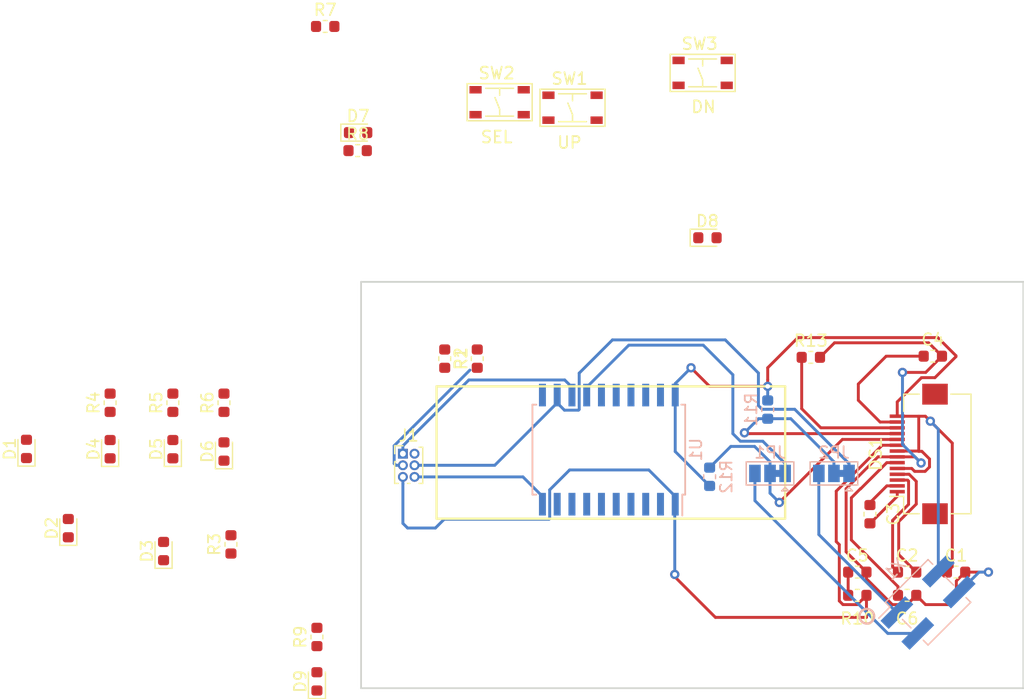
<source format=kicad_pcb>
(kicad_pcb (version 20171130) (host pcbnew "(5.0.0-3-g5ebb6b6)")

  (general
    (thickness 1.6)
    (drawings 13)
    (tracks 194)
    (zones 0)
    (modules 37)
    (nets 41)
  )

  (page A4)
  (layers
    (0 F.Cu signal)
    (31 B.Cu signal)
    (32 B.Adhes user)
    (33 F.Adhes user)
    (34 B.Paste user)
    (35 F.Paste user)
    (36 B.SilkS user)
    (37 F.SilkS user)
    (38 B.Mask user)
    (39 F.Mask user)
    (40 Dwgs.User user hide)
    (41 Cmts.User user)
    (42 Eco1.User user)
    (43 Eco2.User user)
    (44 Edge.Cuts user)
    (45 Margin user)
    (46 B.CrtYd user)
    (47 F.CrtYd user)
    (48 B.Fab user hide)
    (49 F.Fab user)
  )

  (setup
    (last_trace_width 0.25)
    (trace_clearance 0.2)
    (zone_clearance 0.508)
    (zone_45_only no)
    (trace_min 0.2)
    (segment_width 0.2)
    (edge_width 0.15)
    (via_size 0.8)
    (via_drill 0.4)
    (via_min_size 0.4)
    (via_min_drill 0.3)
    (uvia_size 0.3)
    (uvia_drill 0.1)
    (uvias_allowed no)
    (uvia_min_size 0.2)
    (uvia_min_drill 0.1)
    (pcb_text_width 0.3)
    (pcb_text_size 1.5 1.5)
    (mod_edge_width 0.15)
    (mod_text_size 1 1)
    (mod_text_width 0.15)
    (pad_size 1.524 1.524)
    (pad_drill 0.762)
    (pad_to_mask_clearance 0.2)
    (aux_axis_origin 0 0)
    (visible_elements FFFFFF7F)
    (pcbplotparams
      (layerselection 0x010fc_ffffffff)
      (usegerberextensions false)
      (usegerberattributes false)
      (usegerberadvancedattributes false)
      (creategerberjobfile false)
      (excludeedgelayer true)
      (linewidth 0.100000)
      (plotframeref false)
      (viasonmask false)
      (mode 1)
      (useauxorigin false)
      (hpglpennumber 1)
      (hpglpenspeed 20)
      (hpglpendiameter 15.000000)
      (psnegative false)
      (psa4output false)
      (plotreference true)
      (plotvalue true)
      (plotinvisibletext false)
      (padsonsilk false)
      (subtractmaskfromsilk false)
      (outputformat 1)
      (mirror false)
      (drillshape 1)
      (scaleselection 1)
      (outputdirectory ""))
  )

  (net 0 "")
  (net 1 "Net-(D9-Pad2)")
  (net 2 LED_B)
  (net 3 LED_G)
  (net 4 "Net-(D8-Pad2)")
  (net 5 VCC)
  (net 6 DISP_SDA)
  (net 7 DISP_SCK)
  (net 8 "Net-(DS1-Pad12)")
  (net 9 GND)
  (net 10 ~RESET)
  (net 11 "Net-(D1-Pad2)")
  (net 12 LED_R)
  (net 13 "Net-(D2-Pad2)")
  (net 14 "Net-(D3-Pad2)")
  (net 15 "Net-(D4-Pad2)")
  (net 16 "Net-(D5-Pad2)")
  (net 17 "Net-(D6-Pad2)")
  (net 18 "Net-(D7-Pad2)")
  (net 19 "Net-(SW3-Pad1)")
  (net 20 PB0)
  (net 21 PB1)
  (net 22 "Net-(U1-Pad4)")
  (net 23 SCK)
  (net 24 "Net-(U1-Pad5)")
  (net 25 "Net-(U1-Pad15)")
  (net 26 "Net-(U1-Pad16)")
  (net 27 "Net-(U1-Pad7)")
  (net 28 "Net-(U1-Pad17)")
  (net 29 "Net-(SW1-Pad1)")
  (net 30 "Net-(U1-Pad18)")
  (net 31 "Net-(SW2-Pad1)")
  (net 32 "Net-(U1-Pad19)")
  (net 33 SAO_SDA)
  (net 34 SAO_SCK)
  (net 35 "Net-(C2-Pad1)")
  (net 36 "Net-(C2-Pad2)")
  (net 37 "Net-(C6-Pad1)")
  (net 38 "Net-(C4-Pad1)")
  (net 39 "Net-(C3-Pad1)")
  (net 40 "Net-(C3-Pad2)")

  (net_class Default "This is the default net class."
    (clearance 0.2)
    (trace_width 0.25)
    (via_dia 0.8)
    (via_drill 0.4)
    (uvia_dia 0.3)
    (uvia_drill 0.1)
    (add_net DISP_SCK)
    (add_net DISP_SDA)
    (add_net GND)
    (add_net LED_B)
    (add_net LED_G)
    (add_net LED_R)
    (add_net "Net-(C2-Pad1)")
    (add_net "Net-(C2-Pad2)")
    (add_net "Net-(C3-Pad1)")
    (add_net "Net-(C3-Pad2)")
    (add_net "Net-(C4-Pad1)")
    (add_net "Net-(C6-Pad1)")
    (add_net "Net-(D1-Pad2)")
    (add_net "Net-(D2-Pad2)")
    (add_net "Net-(D3-Pad2)")
    (add_net "Net-(D4-Pad2)")
    (add_net "Net-(D5-Pad2)")
    (add_net "Net-(D6-Pad2)")
    (add_net "Net-(D7-Pad2)")
    (add_net "Net-(D8-Pad2)")
    (add_net "Net-(D9-Pad2)")
    (add_net "Net-(DS1-Pad12)")
    (add_net "Net-(SW1-Pad1)")
    (add_net "Net-(SW2-Pad1)")
    (add_net "Net-(SW3-Pad1)")
    (add_net "Net-(U1-Pad15)")
    (add_net "Net-(U1-Pad16)")
    (add_net "Net-(U1-Pad17)")
    (add_net "Net-(U1-Pad18)")
    (add_net "Net-(U1-Pad19)")
    (add_net "Net-(U1-Pad4)")
    (add_net "Net-(U1-Pad5)")
    (add_net "Net-(U1-Pad7)")
    (add_net PB0)
    (add_net PB1)
    (add_net SAO_SCK)
    (add_net SAO_SDA)
    (add_net SCK)
    (add_net VCC)
    (add_net ~RESET)
  )

  (module Connector_FFC-FPC:Hirose_FH12-14S-0.5SH_1x14-1MP_P0.50mm_Horizontal (layer F.Cu) (tedit 5AEE0F8A) (tstamp 5BB77250)
    (at 136 99.822 90)
    (descr "Molex FH12, FFC/FPC connector, FH12-14S-0.5SH, 14 Pins per row (https://www.hirose.com/product/en/products/FH12/FH12-24S-0.5SH(55)/), generated with kicad-footprint-generator")
    (tags "connector Hirose  top entry")
    (path /5B9AAF01)
    (attr smd)
    (fp_text reference DS1 (at 0 -3.7 90) (layer F.SilkS)
      (effects (font (size 1 1) (thickness 0.15)))
    )
    (fp_text value ER-OLED0.84-1 (at 0 5.6 90) (layer F.Fab)
      (effects (font (size 1 1) (thickness 0.15)))
    )
    (fp_text user %R (at 0 3.7 90) (layer F.Fab)
      (effects (font (size 1 1) (thickness 0.15)))
    )
    (fp_line (start 6.55 -3) (end -6.55 -3) (layer F.CrtYd) (width 0.05))
    (fp_line (start 6.55 4.9) (end 6.55 -3) (layer F.CrtYd) (width 0.05))
    (fp_line (start -6.55 4.9) (end 6.55 4.9) (layer F.CrtYd) (width 0.05))
    (fp_line (start -6.55 -3) (end -6.55 4.9) (layer F.CrtYd) (width 0.05))
    (fp_line (start -3.25 -0.492893) (end -2.75 -1.2) (layer F.Fab) (width 0.1))
    (fp_line (start -3.75 -1.2) (end -3.25 -0.492893) (layer F.Fab) (width 0.1))
    (fp_line (start -3.66 -1.3) (end -3.66 -2.5) (layer F.SilkS) (width 0.12))
    (fp_line (start 5.15 4.5) (end 5.15 2.76) (layer F.SilkS) (width 0.12))
    (fp_line (start -5.15 4.5) (end 5.15 4.5) (layer F.SilkS) (width 0.12))
    (fp_line (start -5.15 2.76) (end -5.15 4.5) (layer F.SilkS) (width 0.12))
    (fp_line (start 5.15 -1.3) (end 5.15 0.04) (layer F.SilkS) (width 0.12))
    (fp_line (start 3.66 -1.3) (end 5.15 -1.3) (layer F.SilkS) (width 0.12))
    (fp_line (start -5.15 -1.3) (end -5.15 0.04) (layer F.SilkS) (width 0.12))
    (fp_line (start -3.66 -1.3) (end -5.15 -1.3) (layer F.SilkS) (width 0.12))
    (fp_line (start 4.95 4.4) (end 0 4.4) (layer F.Fab) (width 0.1))
    (fp_line (start 4.95 3.7) (end 4.95 4.4) (layer F.Fab) (width 0.1))
    (fp_line (start 4.45 3.7) (end 4.95 3.7) (layer F.Fab) (width 0.1))
    (fp_line (start 4.45 3.4) (end 4.45 3.7) (layer F.Fab) (width 0.1))
    (fp_line (start 5.05 3.4) (end 4.45 3.4) (layer F.Fab) (width 0.1))
    (fp_line (start 5.05 -1.2) (end 5.05 3.4) (layer F.Fab) (width 0.1))
    (fp_line (start 0 -1.2) (end 5.05 -1.2) (layer F.Fab) (width 0.1))
    (fp_line (start -4.95 4.4) (end 0 4.4) (layer F.Fab) (width 0.1))
    (fp_line (start -4.95 3.7) (end -4.95 4.4) (layer F.Fab) (width 0.1))
    (fp_line (start -4.45 3.7) (end -4.95 3.7) (layer F.Fab) (width 0.1))
    (fp_line (start -4.45 3.4) (end -4.45 3.7) (layer F.Fab) (width 0.1))
    (fp_line (start -5.05 3.4) (end -4.45 3.4) (layer F.Fab) (width 0.1))
    (fp_line (start -5.05 -1.2) (end -5.05 3.4) (layer F.Fab) (width 0.1))
    (fp_line (start 0 -1.2) (end -5.05 -1.2) (layer F.Fab) (width 0.1))
    (pad 14 smd rect (at 3.25 -1.85 90) (size 0.3 1.3) (layers F.Cu F.Paste F.Mask)
      (net 5 VCC))
    (pad 13 smd rect (at 2.75 -1.85 90) (size 0.3 1.3) (layers F.Cu F.Paste F.Mask)
      (net 38 "Net-(C4-Pad1)"))
    (pad 12 smd rect (at 2.25 -1.85 90) (size 0.3 1.3) (layers F.Cu F.Paste F.Mask)
      (net 8 "Net-(DS1-Pad12)"))
    (pad 11 smd rect (at 1.75 -1.85 90) (size 0.3 1.3) (layers F.Cu F.Paste F.Mask)
      (net 6 DISP_SDA))
    (pad 10 smd rect (at 1.25 -1.85 90) (size 0.3 1.3) (layers F.Cu F.Paste F.Mask)
      (net 7 DISP_SCK))
    (pad 9 smd rect (at 0.75 -1.85 90) (size 0.3 1.3) (layers F.Cu F.Paste F.Mask)
      (net 10 ~RESET))
    (pad 8 smd rect (at 0.25 -1.85 90) (size 0.3 1.3) (layers F.Cu F.Paste F.Mask)
      (net 5 VCC))
    (pad 7 smd rect (at -0.25 -1.85 90) (size 0.3 1.3) (layers F.Cu F.Paste F.Mask)
      (net 9 GND))
    (pad 6 smd rect (at -0.75 -1.85 90) (size 0.3 1.3) (layers F.Cu F.Paste F.Mask)
      (net 37 "Net-(C6-Pad1)"))
    (pad 5 smd rect (at -1.25 -1.85 90) (size 0.3 1.3) (layers F.Cu F.Paste F.Mask)
      (net 5 VCC))
    (pad 4 smd rect (at -1.75 -1.85 90) (size 0.3 1.3) (layers F.Cu F.Paste F.Mask)
      (net 36 "Net-(C2-Pad2)"))
    (pad 3 smd rect (at -2.25 -1.85 90) (size 0.3 1.3) (layers F.Cu F.Paste F.Mask)
      (net 35 "Net-(C2-Pad1)"))
    (pad 2 smd rect (at -2.75 -1.85 90) (size 0.3 1.3) (layers F.Cu F.Paste F.Mask)
      (net 40 "Net-(C3-Pad2)"))
    (pad 1 smd rect (at -3.25 -1.85 90) (size 0.3 1.3) (layers F.Cu F.Paste F.Mask)
      (net 39 "Net-(C3-Pad1)"))
    (pad MP smd rect (at -5.15 1.4 90) (size 1.8 2.2) (layers F.Cu F.Paste F.Mask))
    (pad MP smd rect (at 5.15 1.4 90) (size 1.8 2.2) (layers F.Cu F.Paste F.Mask))
    (model ${KISYS3DMOD}/Connector_FFC-FPC.3dshapes/Hirose_FH12-14S-0.5SH_1x14-1MP_P0.50mm_Horizontal.wrl
      (at (xyz 0 0 0))
      (scale (xyz 1 1 1))
      (rotate (xyz 0 0 0))
    )
  )

  (module dc27-sao-extras:Badgelife-SAO (layer B.Cu) (tedit 5B921669) (tstamp 5BB7A680)
    (at 136.8 112.6 225)
    (descr "surface-mounted straight socket strip, 2x02, 2.54mm pitch, double cols (from Kicad 4.0.7), script generated")
    (tags "Surface mounted socket strip SMD 2x02 2.54mm double row")
    (path /5B9A94AA)
    (attr smd)
    (fp_text reference X1 (at 0 4.04 225) (layer B.SilkS)
      (effects (font (size 1 1) (thickness 0.15)) (justify mirror))
    )
    (fp_text value Badgelife_shitty_connector (at 0 -4.04 225) (layer B.Fab)
      (effects (font (size 1 1) (thickness 0.15)) (justify mirror))
    )
    (fp_text user %R (at 0 0 135) (layer B.Fab)
      (effects (font (size 1 1) (thickness 0.15)) (justify mirror))
    )
    (fp_line (start -4.55 -3.05) (end -4.55 3.05) (layer B.CrtYd) (width 0.05))
    (fp_line (start 4.5 -3.05) (end -4.55 -3.05) (layer B.CrtYd) (width 0.05))
    (fp_line (start 4.5 3.05) (end 4.5 -3.05) (layer B.CrtYd) (width 0.05))
    (fp_line (start -4.55 3.05) (end 4.5 3.05) (layer B.CrtYd) (width 0.05))
    (fp_line (start 3.92 -1.59) (end 2.54 -1.59) (layer B.Fab) (width 0.1))
    (fp_line (start 3.92 -0.95) (end 3.92 -1.59) (layer B.Fab) (width 0.1))
    (fp_line (start 2.54 -0.95) (end 3.92 -0.95) (layer B.Fab) (width 0.1))
    (fp_line (start -3.92 -1.59) (end -3.92 -0.95) (layer B.Fab) (width 0.1))
    (fp_line (start -2.54 -1.59) (end -3.92 -1.59) (layer B.Fab) (width 0.1))
    (fp_line (start -3.92 -0.95) (end -2.54 -0.95) (layer B.Fab) (width 0.1))
    (fp_line (start 3.92 0.95) (end 2.54 0.95) (layer B.Fab) (width 0.1))
    (fp_line (start 3.92 1.59) (end 3.92 0.95) (layer B.Fab) (width 0.1))
    (fp_line (start 2.54 1.59) (end 3.92 1.59) (layer B.Fab) (width 0.1))
    (fp_line (start -3.92 0.95) (end -3.92 1.59) (layer B.Fab) (width 0.1))
    (fp_line (start -2.54 0.95) (end -3.92 0.95) (layer B.Fab) (width 0.1))
    (fp_line (start -3.92 1.59) (end -2.54 1.59) (layer B.Fab) (width 0.1))
    (fp_line (start -2.54 -2.54) (end -2.54 2.54) (layer B.Fab) (width 0.1))
    (fp_line (start 2.54 -2.54) (end -2.54 -2.54) (layer B.Fab) (width 0.1))
    (fp_line (start 2.54 1.54) (end 2.54 -2.54) (layer B.Fab) (width 0.1))
    (fp_line (start 1.54 2.54) (end 2.54 1.54) (layer B.Fab) (width 0.1))
    (fp_line (start -2.54 2.54) (end 1.54 2.54) (layer B.Fab) (width 0.1))
    (fp_line (start 2.6 2.03) (end 3.96 2.03) (layer B.SilkS) (width 0.12))
    (fp_line (start -2.6 -2.03) (end -2.6 -2.6) (layer B.SilkS) (width 0.12))
    (fp_line (start -2.6 0.51) (end -2.6 -0.51) (layer B.SilkS) (width 0.12))
    (fp_line (start -2.6 2.6) (end -2.6 2.03) (layer B.SilkS) (width 0.12))
    (fp_line (start -2.6 -2.6) (end 2.6 -2.6) (layer B.SilkS) (width 0.12))
    (fp_line (start 2.6 -2.03) (end 2.6 -2.6) (layer B.SilkS) (width 0.12))
    (fp_line (start 2.6 0.51) (end 2.6 -0.51) (layer B.SilkS) (width 0.12))
    (fp_line (start 2.6 2.6) (end 2.6 2.03) (layer B.SilkS) (width 0.12))
    (fp_line (start -2.6 2.6) (end 2.6 2.6) (layer B.SilkS) (width 0.12))
    (pad 2 smd rect (at -2.52 -1.270001 225) (size 3 1) (layers B.Cu B.Paste B.Mask)
      (net 9 GND))
    (pad 3 smd rect (at 2.52 -1.270001 225) (size 3 1) (layers B.Cu B.Paste B.Mask)
      (net 34 SAO_SCK))
    (pad 1 smd rect (at -2.52 1.270001 225) (size 3 1) (layers B.Cu B.Paste B.Mask)
      (net 5 VCC))
    (pad 4 smd rect (at 2.52 1.270001 225) (size 3 1) (layers B.Cu B.Paste B.Mask)
      (net 33 SAO_SDA))
    (model ${KISYS3DMOD}/Connector_PinSocket_2.54mm.3dshapes/PinSocket_2x02_P2.54mm_Vertical_SMD.wrl
      (at (xyz 0 0 0))
      (scale (xyz 1 1 1))
      (rotate (xyz 0 0 0))
    )
  )

  (module Package_SO:SOIC-20W_7.5x12.8mm_P1.27mm (layer B.Cu) (tedit 5A02F2D3) (tstamp 5B9C8890)
    (at 109.325 99.45 90)
    (descr "20-Lead Plastic Small Outline (SO) - Wide, 7.50 mm Body [SOIC] (see Microchip Packaging Specification 00000049BS.pdf)")
    (tags "SOIC 1.27")
    (path /5BA17867)
    (attr smd)
    (fp_text reference U1 (at 0 7.5 90) (layer B.SilkS)
      (effects (font (size 1 1) (thickness 0.15)) (justify mirror))
    )
    (fp_text value ATtiny2313-20PU (at 0 -7.5 90) (layer B.Fab)
      (effects (font (size 1 1) (thickness 0.15)) (justify mirror))
    )
    (fp_text user %R (at 0 0 90) (layer B.Fab)
      (effects (font (size 1 1) (thickness 0.15)) (justify mirror))
    )
    (fp_line (start -2.75 6.4) (end 3.75 6.4) (layer B.Fab) (width 0.15))
    (fp_line (start 3.75 6.4) (end 3.75 -6.4) (layer B.Fab) (width 0.15))
    (fp_line (start 3.75 -6.4) (end -3.75 -6.4) (layer B.Fab) (width 0.15))
    (fp_line (start -3.75 -6.4) (end -3.75 5.4) (layer B.Fab) (width 0.15))
    (fp_line (start -3.75 5.4) (end -2.75 6.4) (layer B.Fab) (width 0.15))
    (fp_line (start -5.95 6.75) (end -5.95 -6.75) (layer B.CrtYd) (width 0.05))
    (fp_line (start 5.95 6.75) (end 5.95 -6.75) (layer B.CrtYd) (width 0.05))
    (fp_line (start -5.95 6.75) (end 5.95 6.75) (layer B.CrtYd) (width 0.05))
    (fp_line (start -5.95 -6.75) (end 5.95 -6.75) (layer B.CrtYd) (width 0.05))
    (fp_line (start -3.875 6.575) (end -3.875 6.325) (layer B.SilkS) (width 0.15))
    (fp_line (start 3.875 6.575) (end 3.875 6.24) (layer B.SilkS) (width 0.15))
    (fp_line (start 3.875 -6.575) (end 3.875 -6.24) (layer B.SilkS) (width 0.15))
    (fp_line (start -3.875 -6.575) (end -3.875 -6.24) (layer B.SilkS) (width 0.15))
    (fp_line (start -3.875 6.575) (end 3.875 6.575) (layer B.SilkS) (width 0.15))
    (fp_line (start -3.875 -6.575) (end 3.875 -6.575) (layer B.SilkS) (width 0.15))
    (fp_line (start -3.875 6.325) (end -5.675 6.325) (layer B.SilkS) (width 0.15))
    (pad 1 smd rect (at -4.7 5.715 90) (size 1.95 0.6) (layers B.Cu B.Paste B.Mask)
      (net 10 ~RESET))
    (pad 2 smd rect (at -4.7 4.445 90) (size 1.95 0.6) (layers B.Cu B.Paste B.Mask)
      (net 12 LED_R))
    (pad 3 smd rect (at -4.7 3.175 90) (size 1.95 0.6) (layers B.Cu B.Paste B.Mask)
      (net 3 LED_G))
    (pad 4 smd rect (at -4.7 1.905 90) (size 1.95 0.6) (layers B.Cu B.Paste B.Mask)
      (net 22 "Net-(U1-Pad4)"))
    (pad 5 smd rect (at -4.7 0.635 90) (size 1.95 0.6) (layers B.Cu B.Paste B.Mask)
      (net 24 "Net-(U1-Pad5)"))
    (pad 6 smd rect (at -4.7 -0.635 90) (size 1.95 0.6) (layers B.Cu B.Paste B.Mask)
      (net 2 LED_B))
    (pad 7 smd rect (at -4.7 -1.905 90) (size 1.95 0.6) (layers B.Cu B.Paste B.Mask)
      (net 27 "Net-(U1-Pad7)"))
    (pad 8 smd rect (at -4.7 -3.175 90) (size 1.95 0.6) (layers B.Cu B.Paste B.Mask)
      (net 29 "Net-(SW1-Pad1)"))
    (pad 9 smd rect (at -4.7 -4.445 90) (size 1.95 0.6) (layers B.Cu B.Paste B.Mask)
      (net 31 "Net-(SW2-Pad1)"))
    (pad 10 smd rect (at -4.7 -5.715 90) (size 1.95 0.6) (layers B.Cu B.Paste B.Mask)
      (net 9 GND))
    (pad 11 smd rect (at 4.7 -5.715 90) (size 1.95 0.6) (layers B.Cu B.Paste B.Mask)
      (net 19 "Net-(SW3-Pad1)"))
    (pad 12 smd rect (at 4.7 -4.445 90) (size 1.95 0.6) (layers B.Cu B.Paste B.Mask)
      (net 20 PB0))
    (pad 13 smd rect (at 4.7 -3.175 90) (size 1.95 0.6) (layers B.Cu B.Paste B.Mask)
      (net 21 PB1))
    (pad 14 smd rect (at 4.7 -1.905 90) (size 1.95 0.6) (layers B.Cu B.Paste B.Mask)
      (net 23 SCK))
    (pad 15 smd rect (at 4.7 -0.635 90) (size 1.95 0.6) (layers B.Cu B.Paste B.Mask)
      (net 25 "Net-(U1-Pad15)"))
    (pad 16 smd rect (at 4.7 0.635 90) (size 1.95 0.6) (layers B.Cu B.Paste B.Mask)
      (net 26 "Net-(U1-Pad16)"))
    (pad 17 smd rect (at 4.7 1.905 90) (size 1.95 0.6) (layers B.Cu B.Paste B.Mask)
      (net 28 "Net-(U1-Pad17)"))
    (pad 18 smd rect (at 4.7 3.175 90) (size 1.95 0.6) (layers B.Cu B.Paste B.Mask)
      (net 30 "Net-(U1-Pad18)"))
    (pad 19 smd rect (at 4.7 4.445 90) (size 1.95 0.6) (layers B.Cu B.Paste B.Mask)
      (net 32 "Net-(U1-Pad19)"))
    (pad 20 smd rect (at 4.7 5.715 90) (size 1.95 0.6) (layers B.Cu B.Paste B.Mask)
      (net 5 VCC))
    (model ${KISYS3DMOD}/Package_SO.3dshapes/SOIC-20W_7.5x12.8mm_P1.27mm.wrl
      (at (xyz 0 0 0))
      (scale (xyz 1 1 1))
      (rotate (xyz 0 0 0))
    )
  )

  (module Capacitor_SMD:C_0603_1608Metric (layer F.Cu) (tedit 5B301BBE) (tstamp 5BB7AB7C)
    (at 139.2125 110)
    (descr "Capacitor SMD 0603 (1608 Metric), square (rectangular) end terminal, IPC_7351 nominal, (Body size source: http://www.tortai-tech.com/upload/download/2011102023233369053.pdf), generated with kicad-footprint-generator")
    (tags capacitor)
    (path /5B9C3135)
    (attr smd)
    (fp_text reference C1 (at 0 -1.43) (layer F.SilkS)
      (effects (font (size 1 1) (thickness 0.15)))
    )
    (fp_text value 2.2uF (at 0 1.43) (layer F.Fab)
      (effects (font (size 1 1) (thickness 0.15)))
    )
    (fp_text user %R (at 0 0) (layer F.Fab)
      (effects (font (size 0.4 0.4) (thickness 0.06)))
    )
    (fp_line (start 1.48 0.73) (end -1.48 0.73) (layer F.CrtYd) (width 0.05))
    (fp_line (start 1.48 -0.73) (end 1.48 0.73) (layer F.CrtYd) (width 0.05))
    (fp_line (start -1.48 -0.73) (end 1.48 -0.73) (layer F.CrtYd) (width 0.05))
    (fp_line (start -1.48 0.73) (end -1.48 -0.73) (layer F.CrtYd) (width 0.05))
    (fp_line (start -0.162779 0.51) (end 0.162779 0.51) (layer F.SilkS) (width 0.12))
    (fp_line (start -0.162779 -0.51) (end 0.162779 -0.51) (layer F.SilkS) (width 0.12))
    (fp_line (start 0.8 0.4) (end -0.8 0.4) (layer F.Fab) (width 0.1))
    (fp_line (start 0.8 -0.4) (end 0.8 0.4) (layer F.Fab) (width 0.1))
    (fp_line (start -0.8 -0.4) (end 0.8 -0.4) (layer F.Fab) (width 0.1))
    (fp_line (start -0.8 0.4) (end -0.8 -0.4) (layer F.Fab) (width 0.1))
    (pad 2 smd roundrect (at 0.7875 0) (size 0.875 0.95) (layers F.Cu F.Paste F.Mask) (roundrect_rratio 0.25)
      (net 9 GND))
    (pad 1 smd roundrect (at -0.7875 0) (size 0.875 0.95) (layers F.Cu F.Paste F.Mask) (roundrect_rratio 0.25)
      (net 5 VCC))
    (model ${KISYS3DMOD}/Capacitor_SMD.3dshapes/C_0603_1608Metric.wrl
      (at (xyz 0 0 0))
      (scale (xyz 1 1 1))
      (rotate (xyz 0 0 0))
    )
  )

  (module Capacitor_SMD:C_0603_1608Metric (layer F.Cu) (tedit 5B301BBE) (tstamp 5BABCC7A)
    (at 135 110)
    (descr "Capacitor SMD 0603 (1608 Metric), square (rectangular) end terminal, IPC_7351 nominal, (Body size source: http://www.tortai-tech.com/upload/download/2011102023233369053.pdf), generated with kicad-footprint-generator")
    (tags capacitor)
    (path /5B9AAFAB)
    (attr smd)
    (fp_text reference C2 (at 0 -1.43) (layer F.SilkS)
      (effects (font (size 1 1) (thickness 0.15)))
    )
    (fp_text value 1uF (at 0 1.43) (layer F.Fab)
      (effects (font (size 1 1) (thickness 0.15)))
    )
    (fp_line (start -0.8 0.4) (end -0.8 -0.4) (layer F.Fab) (width 0.1))
    (fp_line (start -0.8 -0.4) (end 0.8 -0.4) (layer F.Fab) (width 0.1))
    (fp_line (start 0.8 -0.4) (end 0.8 0.4) (layer F.Fab) (width 0.1))
    (fp_line (start 0.8 0.4) (end -0.8 0.4) (layer F.Fab) (width 0.1))
    (fp_line (start -0.162779 -0.51) (end 0.162779 -0.51) (layer F.SilkS) (width 0.12))
    (fp_line (start -0.162779 0.51) (end 0.162779 0.51) (layer F.SilkS) (width 0.12))
    (fp_line (start -1.48 0.73) (end -1.48 -0.73) (layer F.CrtYd) (width 0.05))
    (fp_line (start -1.48 -0.73) (end 1.48 -0.73) (layer F.CrtYd) (width 0.05))
    (fp_line (start 1.48 -0.73) (end 1.48 0.73) (layer F.CrtYd) (width 0.05))
    (fp_line (start 1.48 0.73) (end -1.48 0.73) (layer F.CrtYd) (width 0.05))
    (fp_text user %R (at 0 0) (layer F.Fab)
      (effects (font (size 0.4 0.4) (thickness 0.06)))
    )
    (pad 1 smd roundrect (at -0.7875 0) (size 0.875 0.95) (layers F.Cu F.Paste F.Mask) (roundrect_rratio 0.25)
      (net 35 "Net-(C2-Pad1)"))
    (pad 2 smd roundrect (at 0.7875 0) (size 0.875 0.95) (layers F.Cu F.Paste F.Mask) (roundrect_rratio 0.25)
      (net 36 "Net-(C2-Pad2)"))
    (model ${KISYS3DMOD}/Capacitor_SMD.3dshapes/C_0603_1608Metric.wrl
      (at (xyz 0 0 0))
      (scale (xyz 1 1 1))
      (rotate (xyz 0 0 0))
    )
  )

  (module Capacitor_SMD:C_0603_1608Metric (layer F.Cu) (tedit 5B301BBE) (tstamp 5BB7BD5D)
    (at 131.8 105.0125 90)
    (descr "Capacitor SMD 0603 (1608 Metric), square (rectangular) end terminal, IPC_7351 nominal, (Body size source: http://www.tortai-tech.com/upload/download/2011102023233369053.pdf), generated with kicad-footprint-generator")
    (tags capacitor)
    (path /5B9AB0CD)
    (attr smd)
    (fp_text reference C3 (at 0 2 90) (layer F.SilkS)
      (effects (font (size 1 1) (thickness 0.15)))
    )
    (fp_text value 1uF (at 0 1.43 90) (layer F.Fab)
      (effects (font (size 1 1) (thickness 0.15)))
    )
    (fp_text user %R (at 0 0 90) (layer F.Fab)
      (effects (font (size 0.4 0.4) (thickness 0.06)))
    )
    (fp_line (start 1.48 0.73) (end -1.48 0.73) (layer F.CrtYd) (width 0.05))
    (fp_line (start 1.48 -0.73) (end 1.48 0.73) (layer F.CrtYd) (width 0.05))
    (fp_line (start -1.48 -0.73) (end 1.48 -0.73) (layer F.CrtYd) (width 0.05))
    (fp_line (start -1.48 0.73) (end -1.48 -0.73) (layer F.CrtYd) (width 0.05))
    (fp_line (start -0.162779 0.51) (end 0.162779 0.51) (layer F.SilkS) (width 0.12))
    (fp_line (start -0.162779 -0.51) (end 0.162779 -0.51) (layer F.SilkS) (width 0.12))
    (fp_line (start 0.8 0.4) (end -0.8 0.4) (layer F.Fab) (width 0.1))
    (fp_line (start 0.8 -0.4) (end 0.8 0.4) (layer F.Fab) (width 0.1))
    (fp_line (start -0.8 -0.4) (end 0.8 -0.4) (layer F.Fab) (width 0.1))
    (fp_line (start -0.8 0.4) (end -0.8 -0.4) (layer F.Fab) (width 0.1))
    (pad 2 smd roundrect (at 0.7875 0 90) (size 0.875 0.95) (layers F.Cu F.Paste F.Mask) (roundrect_rratio 0.25)
      (net 40 "Net-(C3-Pad2)"))
    (pad 1 smd roundrect (at -0.7875 0 90) (size 0.875 0.95) (layers F.Cu F.Paste F.Mask) (roundrect_rratio 0.25)
      (net 39 "Net-(C3-Pad1)"))
    (model ${KISYS3DMOD}/Capacitor_SMD.3dshapes/C_0603_1608Metric.wrl
      (at (xyz 0 0 0))
      (scale (xyz 1 1 1))
      (rotate (xyz 0 0 0))
    )
  )

  (module Capacitor_SMD:C_0603_1608Metric (layer F.Cu) (tedit 5B301BBE) (tstamp 5BABB4F2)
    (at 137.2125 91.4)
    (descr "Capacitor SMD 0603 (1608 Metric), square (rectangular) end terminal, IPC_7351 nominal, (Body size source: http://www.tortai-tech.com/upload/download/2011102023233369053.pdf), generated with kicad-footprint-generator")
    (tags capacitor)
    (path /5B9BEF48)
    (attr smd)
    (fp_text reference C4 (at 0 -1.43) (layer F.SilkS)
      (effects (font (size 1 1) (thickness 0.15)))
    )
    (fp_text value 2.2uF (at 0 1.43) (layer F.Fab)
      (effects (font (size 1 1) (thickness 0.15)))
    )
    (fp_line (start -0.8 0.4) (end -0.8 -0.4) (layer F.Fab) (width 0.1))
    (fp_line (start -0.8 -0.4) (end 0.8 -0.4) (layer F.Fab) (width 0.1))
    (fp_line (start 0.8 -0.4) (end 0.8 0.4) (layer F.Fab) (width 0.1))
    (fp_line (start 0.8 0.4) (end -0.8 0.4) (layer F.Fab) (width 0.1))
    (fp_line (start -0.162779 -0.51) (end 0.162779 -0.51) (layer F.SilkS) (width 0.12))
    (fp_line (start -0.162779 0.51) (end 0.162779 0.51) (layer F.SilkS) (width 0.12))
    (fp_line (start -1.48 0.73) (end -1.48 -0.73) (layer F.CrtYd) (width 0.05))
    (fp_line (start -1.48 -0.73) (end 1.48 -0.73) (layer F.CrtYd) (width 0.05))
    (fp_line (start 1.48 -0.73) (end 1.48 0.73) (layer F.CrtYd) (width 0.05))
    (fp_line (start 1.48 0.73) (end -1.48 0.73) (layer F.CrtYd) (width 0.05))
    (fp_text user %R (at 0 0) (layer F.Fab)
      (effects (font (size 0.4 0.4) (thickness 0.06)))
    )
    (pad 1 smd roundrect (at -0.7875 0) (size 0.875 0.95) (layers F.Cu F.Paste F.Mask) (roundrect_rratio 0.25)
      (net 38 "Net-(C4-Pad1)"))
    (pad 2 smd roundrect (at 0.7875 0) (size 0.875 0.95) (layers F.Cu F.Paste F.Mask) (roundrect_rratio 0.25)
      (net 9 GND))
    (model ${KISYS3DMOD}/Capacitor_SMD.3dshapes/C_0603_1608Metric.wrl
      (at (xyz 0 0 0))
      (scale (xyz 1 1 1))
      (rotate (xyz 0 0 0))
    )
  )

  (module Capacitor_SMD:C_0603_1608Metric (layer F.Cu) (tedit 5B301BBE) (tstamp 5BABB4C2)
    (at 130.7125 110)
    (descr "Capacitor SMD 0603 (1608 Metric), square (rectangular) end terminal, IPC_7351 nominal, (Body size source: http://www.tortai-tech.com/upload/download/2011102023233369053.pdf), generated with kicad-footprint-generator")
    (tags capacitor)
    (path /5B9B5BB8)
    (attr smd)
    (fp_text reference C5 (at 0 -1.43) (layer F.SilkS)
      (effects (font (size 1 1) (thickness 0.15)))
    )
    (fp_text value 1uF (at 0 1.43) (layer F.Fab)
      (effects (font (size 1 1) (thickness 0.15)))
    )
    (fp_text user %R (at 0 0) (layer F.Fab)
      (effects (font (size 0.4 0.4) (thickness 0.06)))
    )
    (fp_line (start 1.48 0.73) (end -1.48 0.73) (layer F.CrtYd) (width 0.05))
    (fp_line (start 1.48 -0.73) (end 1.48 0.73) (layer F.CrtYd) (width 0.05))
    (fp_line (start -1.48 -0.73) (end 1.48 -0.73) (layer F.CrtYd) (width 0.05))
    (fp_line (start -1.48 0.73) (end -1.48 -0.73) (layer F.CrtYd) (width 0.05))
    (fp_line (start -0.162779 0.51) (end 0.162779 0.51) (layer F.SilkS) (width 0.12))
    (fp_line (start -0.162779 -0.51) (end 0.162779 -0.51) (layer F.SilkS) (width 0.12))
    (fp_line (start 0.8 0.4) (end -0.8 0.4) (layer F.Fab) (width 0.1))
    (fp_line (start 0.8 -0.4) (end 0.8 0.4) (layer F.Fab) (width 0.1))
    (fp_line (start -0.8 -0.4) (end 0.8 -0.4) (layer F.Fab) (width 0.1))
    (fp_line (start -0.8 0.4) (end -0.8 -0.4) (layer F.Fab) (width 0.1))
    (pad 2 smd roundrect (at 0.7875 0) (size 0.875 0.95) (layers F.Cu F.Paste F.Mask) (roundrect_rratio 0.25)
      (net 9 GND))
    (pad 1 smd roundrect (at -0.7875 0) (size 0.875 0.95) (layers F.Cu F.Paste F.Mask) (roundrect_rratio 0.25)
      (net 5 VCC))
    (model ${KISYS3DMOD}/Capacitor_SMD.3dshapes/C_0603_1608Metric.wrl
      (at (xyz 0 0 0))
      (scale (xyz 1 1 1))
      (rotate (xyz 0 0 0))
    )
  )

  (module Capacitor_SMD:C_0603_1608Metric (layer F.Cu) (tedit 5B301BBE) (tstamp 5BABB492)
    (at 135 112)
    (descr "Capacitor SMD 0603 (1608 Metric), square (rectangular) end terminal, IPC_7351 nominal, (Body size source: http://www.tortai-tech.com/upload/download/2011102023233369053.pdf), generated with kicad-footprint-generator")
    (tags capacitor)
    (path /5B9B80B2)
    (attr smd)
    (fp_text reference C6 (at 0 2) (layer F.SilkS)
      (effects (font (size 1 1) (thickness 0.15)))
    )
    (fp_text value 22nF (at 0 1.43) (layer F.Fab)
      (effects (font (size 1 1) (thickness 0.15)))
    )
    (fp_line (start -0.8 0.4) (end -0.8 -0.4) (layer F.Fab) (width 0.1))
    (fp_line (start -0.8 -0.4) (end 0.8 -0.4) (layer F.Fab) (width 0.1))
    (fp_line (start 0.8 -0.4) (end 0.8 0.4) (layer F.Fab) (width 0.1))
    (fp_line (start 0.8 0.4) (end -0.8 0.4) (layer F.Fab) (width 0.1))
    (fp_line (start -0.162779 -0.51) (end 0.162779 -0.51) (layer F.SilkS) (width 0.12))
    (fp_line (start -0.162779 0.51) (end 0.162779 0.51) (layer F.SilkS) (width 0.12))
    (fp_line (start -1.48 0.73) (end -1.48 -0.73) (layer F.CrtYd) (width 0.05))
    (fp_line (start -1.48 -0.73) (end 1.48 -0.73) (layer F.CrtYd) (width 0.05))
    (fp_line (start 1.48 -0.73) (end 1.48 0.73) (layer F.CrtYd) (width 0.05))
    (fp_line (start 1.48 0.73) (end -1.48 0.73) (layer F.CrtYd) (width 0.05))
    (fp_text user %R (at 0 0) (layer F.Fab)
      (effects (font (size 0.4 0.4) (thickness 0.06)))
    )
    (pad 1 smd roundrect (at -0.7875 0) (size 0.875 0.95) (layers F.Cu F.Paste F.Mask) (roundrect_rratio 0.25)
      (net 37 "Net-(C6-Pad1)"))
    (pad 2 smd roundrect (at 0.7875 0) (size 0.875 0.95) (layers F.Cu F.Paste F.Mask) (roundrect_rratio 0.25)
      (net 9 GND))
    (model ${KISYS3DMOD}/Capacitor_SMD.3dshapes/C_0603_1608Metric.wrl
      (at (xyz 0 0 0))
      (scale (xyz 1 1 1))
      (rotate (xyz 0 0 0))
    )
  )

  (module Connector_PinHeader_1.00mm:PinHeader_2x03_P1.00mm_Vertical (layer F.Cu) (tedit 5B921864) (tstamp 5B9C32D4)
    (at 91.6 99.8)
    (descr "Through hole straight pin header, 2x03, 1.00mm pitch, double rows")
    (tags "Through hole pin header THT 2x03 1.00mm double row")
    (path /5B9DE2EF)
    (fp_text reference J1 (at 0.5 -1.56) (layer F.SilkS)
      (effects (font (size 1 1) (thickness 0.15)))
    )
    (fp_text value ISP (at 0.5 3.56) (layer F.Fab)
      (effects (font (size 1 1) (thickness 0.15)))
    )
    (fp_line (start -0.075 -0.5) (end 1.65 -0.5) (layer F.Fab) (width 0.1))
    (fp_line (start 1.65 -0.5) (end 1.65 2.5) (layer F.Fab) (width 0.1))
    (fp_line (start 1.65 2.5) (end -0.65 2.5) (layer F.Fab) (width 0.1))
    (fp_line (start -0.65 2.5) (end -0.65 0.075) (layer F.Fab) (width 0.1))
    (fp_line (start -0.65 0.075) (end -0.075 -0.5) (layer F.Fab) (width 0.1))
    (fp_line (start -0.71 2.56) (end -0.394493 2.56) (layer F.SilkS) (width 0.12))
    (fp_line (start 1.394493 2.56) (end 1.71 2.56) (layer F.SilkS) (width 0.12))
    (fp_line (start 0.394493 2.56) (end 0.605507 2.56) (layer F.SilkS) (width 0.12))
    (fp_line (start -0.71 0.685) (end -0.71 2.56) (layer F.SilkS) (width 0.12))
    (fp_line (start 1.71 -0.56) (end 1.71 2.56) (layer F.SilkS) (width 0.12))
    (fp_line (start -0.71 0.685) (end -0.608276 0.685) (layer F.SilkS) (width 0.12))
    (fp_line (start 1.394493 -0.56) (end 1.71 -0.56) (layer F.SilkS) (width 0.12))
    (fp_line (start -0.71 0) (end -0.71 -0.685) (layer F.SilkS) (width 0.12))
    (fp_line (start -0.71 -0.685) (end 0 -0.685) (layer F.SilkS) (width 0.12))
    (fp_line (start -1.15 -1) (end -1.15 3) (layer F.CrtYd) (width 0.05))
    (fp_line (start -1.15 3) (end 2.15 3) (layer F.CrtYd) (width 0.05))
    (fp_line (start 2.15 3) (end 2.15 -1) (layer F.CrtYd) (width 0.05))
    (fp_line (start 2.15 -1) (end -1.15 -1) (layer F.CrtYd) (width 0.05))
    (fp_text user %R (at 0.5 1 90) (layer F.Fab)
      (effects (font (size 1 1) (thickness 0.15)))
    )
    (pad 1 thru_hole rect (at 0 0) (size 0.85 0.85) (drill 0.5) (layers *.Cu *.Mask)
      (net 21 PB1))
    (pad 2 thru_hole oval (at 1 0) (size 0.85 0.85) (drill 0.5) (layers *.Cu *.Mask)
      (net 5 VCC))
    (pad 3 thru_hole oval (at 0 1) (size 0.85 0.85) (drill 0.5) (layers *.Cu *.Mask)
      (net 23 SCK))
    (pad 4 thru_hole oval (at 1 1) (size 0.85 0.85) (drill 0.5) (layers *.Cu *.Mask)
      (net 20 PB0))
    (pad 5 thru_hole oval (at 0 2) (size 0.85 0.85) (drill 0.5) (layers *.Cu *.Mask)
      (net 10 ~RESET))
    (pad 6 thru_hole oval (at 1 2) (size 0.85 0.85) (drill 0.5) (layers *.Cu *.Mask)
      (net 9 GND))
    (model ${KISYS3DMOD}/Connector_PinHeader_1.00mm.3dshapes/PinHeader_2x03_P1.00mm_Vertical.wrl
      (at (xyz 0 0 0))
      (scale (xyz 1 1 1))
      (rotate (xyz 0 0 0))
    )
  )

  (module Jumper:SolderJumper-3_P1.3mm_Bridged12_Pad1.0x1.5mm (layer B.Cu) (tedit 5B3914C4) (tstamp 5BABB460)
    (at 123.2 101.5 180)
    (descr "SMD Solder 3-pad Jumper, 1x1.5mm Pads, 0.3mm gap, pads 1-2 bridged with 1 copper strip")
    (tags "solder jumper open")
    (path /5B9AE199)
    (attr virtual)
    (fp_text reference JP1 (at 0 1.8 180) (layer B.SilkS)
      (effects (font (size 1 1) (thickness 0.15)) (justify mirror))
    )
    (fp_text value "SCL SOURCE" (at 0 -2 180) (layer B.Fab)
      (effects (font (size 1 1) (thickness 0.15)) (justify mirror))
    )
    (fp_line (start 2.3 -1.25) (end -2.3 -1.25) (layer B.CrtYd) (width 0.05))
    (fp_line (start 2.3 -1.25) (end 2.3 1.25) (layer B.CrtYd) (width 0.05))
    (fp_line (start -2.3 1.25) (end -2.3 -1.25) (layer B.CrtYd) (width 0.05))
    (fp_line (start -2.3 1.25) (end 2.3 1.25) (layer B.CrtYd) (width 0.05))
    (fp_line (start -2.05 1) (end 2.05 1) (layer B.SilkS) (width 0.12))
    (fp_line (start 2.05 1) (end 2.05 -1) (layer B.SilkS) (width 0.12))
    (fp_line (start 2.05 -1) (end -2.05 -1) (layer B.SilkS) (width 0.12))
    (fp_line (start -2.05 -1) (end -2.05 1) (layer B.SilkS) (width 0.12))
    (fp_line (start -1.3 -1.2) (end -1.6 -1.5) (layer B.SilkS) (width 0.12))
    (fp_line (start -1.6 -1.5) (end -1 -1.5) (layer B.SilkS) (width 0.12))
    (fp_line (start -1.3 -1.2) (end -1 -1.5) (layer B.SilkS) (width 0.12))
    (pad 2 smd rect (at 0 0 180) (size 1 1.5) (layers B.Cu B.Mask)
      (net 7 DISP_SCK))
    (pad 3 smd rect (at 1.3 0 180) (size 1 1.5) (layers B.Cu B.Mask)
      (net 34 SAO_SCK))
    (pad 1 smd custom (at -1.3 0 180) (size 1 1.5) (layers B.Cu B.Mask)
      (net 23 SCK)
      (options (clearance outline) (anchor rect))
      (primitives
        (gr_poly (pts
           (xy 0.4 0.3) (xy 0.9 0.3) (xy 0.9 -0.3) (xy 0.4 -0.3)) (width 0))
      ))
  )

  (module Jumper:SolderJumper-3_P1.3mm_Bridged12_Pad1.0x1.5mm (layer B.Cu) (tedit 5B3914C4) (tstamp 5BABB42D)
    (at 128.7 101.5 180)
    (descr "SMD Solder 3-pad Jumper, 1x1.5mm Pads, 0.3mm gap, pads 1-2 bridged with 1 copper strip")
    (tags "solder jumper open")
    (path /5B9AE05D)
    (attr virtual)
    (fp_text reference JP2 (at 0 1.8 180) (layer B.SilkS)
      (effects (font (size 1 1) (thickness 0.15)) (justify mirror))
    )
    (fp_text value "SDA SOURCE" (at 0 -2 180) (layer B.Fab)
      (effects (font (size 1 1) (thickness 0.15)) (justify mirror))
    )
    (fp_line (start -1.3 -1.2) (end -1 -1.5) (layer B.SilkS) (width 0.12))
    (fp_line (start -1.6 -1.5) (end -1 -1.5) (layer B.SilkS) (width 0.12))
    (fp_line (start -1.3 -1.2) (end -1.6 -1.5) (layer B.SilkS) (width 0.12))
    (fp_line (start -2.05 -1) (end -2.05 1) (layer B.SilkS) (width 0.12))
    (fp_line (start 2.05 -1) (end -2.05 -1) (layer B.SilkS) (width 0.12))
    (fp_line (start 2.05 1) (end 2.05 -1) (layer B.SilkS) (width 0.12))
    (fp_line (start -2.05 1) (end 2.05 1) (layer B.SilkS) (width 0.12))
    (fp_line (start -2.3 1.25) (end 2.3 1.25) (layer B.CrtYd) (width 0.05))
    (fp_line (start -2.3 1.25) (end -2.3 -1.25) (layer B.CrtYd) (width 0.05))
    (fp_line (start 2.3 -1.25) (end 2.3 1.25) (layer B.CrtYd) (width 0.05))
    (fp_line (start 2.3 -1.25) (end -2.3 -1.25) (layer B.CrtYd) (width 0.05))
    (pad 1 smd custom (at -1.3 0 180) (size 1 1.5) (layers B.Cu B.Mask)
      (net 20 PB0)
      (options (clearance outline) (anchor rect))
      (primitives
        (gr_poly (pts
           (xy 0.4 0.3) (xy 0.9 0.3) (xy 0.9 -0.3) (xy 0.4 -0.3)) (width 0))
      ))
    (pad 3 smd rect (at 1.3 0 180) (size 1 1.5) (layers B.Cu B.Mask)
      (net 33 SAO_SDA))
    (pad 2 smd rect (at 0 0 180) (size 1 1.5) (layers B.Cu B.Mask)
      (net 6 DISP_SDA))
  )

  (module LED_SMD:LED_0603_1608Metric (layer F.Cu) (tedit 5B301BBE) (tstamp 5BABB3F8)
    (at 84.2 119.4125 90)
    (descr "LED SMD 0603 (1608 Metric), square (rectangular) end terminal, IPC_7351 nominal, (Body size source: http://www.tortai-tech.com/upload/download/2011102023233369053.pdf), generated with kicad-footprint-generator")
    (tags diode)
    (path /5BAD2B54)
    (attr smd)
    (fp_text reference D9 (at 0 -1.43 90) (layer F.SilkS)
      (effects (font (size 1 1) (thickness 0.15)))
    )
    (fp_text value LED (at 0 1.43 90) (layer F.Fab)
      (effects (font (size 1 1) (thickness 0.15)))
    )
    (fp_line (start 0.8 -0.4) (end -0.5 -0.4) (layer F.Fab) (width 0.1))
    (fp_line (start -0.5 -0.4) (end -0.8 -0.1) (layer F.Fab) (width 0.1))
    (fp_line (start -0.8 -0.1) (end -0.8 0.4) (layer F.Fab) (width 0.1))
    (fp_line (start -0.8 0.4) (end 0.8 0.4) (layer F.Fab) (width 0.1))
    (fp_line (start 0.8 0.4) (end 0.8 -0.4) (layer F.Fab) (width 0.1))
    (fp_line (start 0.8 -0.735) (end -1.485 -0.735) (layer F.SilkS) (width 0.12))
    (fp_line (start -1.485 -0.735) (end -1.485 0.735) (layer F.SilkS) (width 0.12))
    (fp_line (start -1.485 0.735) (end 0.8 0.735) (layer F.SilkS) (width 0.12))
    (fp_line (start -1.48 0.73) (end -1.48 -0.73) (layer F.CrtYd) (width 0.05))
    (fp_line (start -1.48 -0.73) (end 1.48 -0.73) (layer F.CrtYd) (width 0.05))
    (fp_line (start 1.48 -0.73) (end 1.48 0.73) (layer F.CrtYd) (width 0.05))
    (fp_line (start 1.48 0.73) (end -1.48 0.73) (layer F.CrtYd) (width 0.05))
    (fp_text user %R (at 0 0 90) (layer F.Fab)
      (effects (font (size 0.4 0.4) (thickness 0.06)))
    )
    (pad 1 smd roundrect (at -0.7875 0 90) (size 0.875 0.95) (layers F.Cu F.Paste F.Mask) (roundrect_rratio 0.25)
      (net 9 GND))
    (pad 2 smd roundrect (at 0.7875 0 90) (size 0.875 0.95) (layers F.Cu F.Paste F.Mask) (roundrect_rratio 0.25)
      (net 1 "Net-(D9-Pad2)"))
    (model ${KISYS3DMOD}/LED_SMD.3dshapes/LED_0603_1608Metric.wrl
      (at (xyz 0 0 0))
      (scale (xyz 1 1 1))
      (rotate (xyz 0 0 0))
    )
  )

  (module LED_SMD:LED_0603_1608Metric (layer F.Cu) (tedit 5B301BBE) (tstamp 5BB7FF18)
    (at 117.8125 81.2)
    (descr "LED SMD 0603 (1608 Metric), square (rectangular) end terminal, IPC_7351 nominal, (Body size source: http://www.tortai-tech.com/upload/download/2011102023233369053.pdf), generated with kicad-footprint-generator")
    (tags diode)
    (path /5BACCB8A)
    (attr smd)
    (fp_text reference D8 (at 0 -1.43) (layer F.SilkS)
      (effects (font (size 1 1) (thickness 0.15)))
    )
    (fp_text value LED (at 0 1.43) (layer F.Fab)
      (effects (font (size 1 1) (thickness 0.15)))
    )
    (fp_text user %R (at 0 0) (layer F.Fab)
      (effects (font (size 0.4 0.4) (thickness 0.06)))
    )
    (fp_line (start 1.48 0.73) (end -1.48 0.73) (layer F.CrtYd) (width 0.05))
    (fp_line (start 1.48 -0.73) (end 1.48 0.73) (layer F.CrtYd) (width 0.05))
    (fp_line (start -1.48 -0.73) (end 1.48 -0.73) (layer F.CrtYd) (width 0.05))
    (fp_line (start -1.48 0.73) (end -1.48 -0.73) (layer F.CrtYd) (width 0.05))
    (fp_line (start -1.485 0.735) (end 0.8 0.735) (layer F.SilkS) (width 0.12))
    (fp_line (start -1.485 -0.735) (end -1.485 0.735) (layer F.SilkS) (width 0.12))
    (fp_line (start 0.8 -0.735) (end -1.485 -0.735) (layer F.SilkS) (width 0.12))
    (fp_line (start 0.8 0.4) (end 0.8 -0.4) (layer F.Fab) (width 0.1))
    (fp_line (start -0.8 0.4) (end 0.8 0.4) (layer F.Fab) (width 0.1))
    (fp_line (start -0.8 -0.1) (end -0.8 0.4) (layer F.Fab) (width 0.1))
    (fp_line (start -0.5 -0.4) (end -0.8 -0.1) (layer F.Fab) (width 0.1))
    (fp_line (start 0.8 -0.4) (end -0.5 -0.4) (layer F.Fab) (width 0.1))
    (pad 2 smd roundrect (at 0.7875 0) (size 0.875 0.95) (layers F.Cu F.Paste F.Mask) (roundrect_rratio 0.25)
      (net 4 "Net-(D8-Pad2)"))
    (pad 1 smd roundrect (at -0.7875 0) (size 0.875 0.95) (layers F.Cu F.Paste F.Mask) (roundrect_rratio 0.25)
      (net 9 GND))
    (model ${KISYS3DMOD}/LED_SMD.3dshapes/LED_0603_1608Metric.wrl
      (at (xyz 0 0 0))
      (scale (xyz 1 1 1))
      (rotate (xyz 0 0 0))
    )
  )

  (module LED_SMD:LED_0603_1608Metric (layer F.Cu) (tedit 5B301BBE) (tstamp 5BB77BB3)
    (at 87.745001 72.143001)
    (descr "LED SMD 0603 (1608 Metric), square (rectangular) end terminal, IPC_7351 nominal, (Body size source: http://www.tortai-tech.com/upload/download/2011102023233369053.pdf), generated with kicad-footprint-generator")
    (tags diode)
    (path /5BAAA6F1)
    (attr smd)
    (fp_text reference D7 (at 0 -1.43) (layer F.SilkS)
      (effects (font (size 1 1) (thickness 0.15)))
    )
    (fp_text value LED (at 0 1.43) (layer F.Fab)
      (effects (font (size 1 1) (thickness 0.15)))
    )
    (fp_line (start 0.8 -0.4) (end -0.5 -0.4) (layer F.Fab) (width 0.1))
    (fp_line (start -0.5 -0.4) (end -0.8 -0.1) (layer F.Fab) (width 0.1))
    (fp_line (start -0.8 -0.1) (end -0.8 0.4) (layer F.Fab) (width 0.1))
    (fp_line (start -0.8 0.4) (end 0.8 0.4) (layer F.Fab) (width 0.1))
    (fp_line (start 0.8 0.4) (end 0.8 -0.4) (layer F.Fab) (width 0.1))
    (fp_line (start 0.8 -0.735) (end -1.485 -0.735) (layer F.SilkS) (width 0.12))
    (fp_line (start -1.485 -0.735) (end -1.485 0.735) (layer F.SilkS) (width 0.12))
    (fp_line (start -1.485 0.735) (end 0.8 0.735) (layer F.SilkS) (width 0.12))
    (fp_line (start -1.48 0.73) (end -1.48 -0.73) (layer F.CrtYd) (width 0.05))
    (fp_line (start -1.48 -0.73) (end 1.48 -0.73) (layer F.CrtYd) (width 0.05))
    (fp_line (start 1.48 -0.73) (end 1.48 0.73) (layer F.CrtYd) (width 0.05))
    (fp_line (start 1.48 0.73) (end -1.48 0.73) (layer F.CrtYd) (width 0.05))
    (fp_text user %R (at 0 0) (layer F.Fab)
      (effects (font (size 0.4 0.4) (thickness 0.06)))
    )
    (pad 1 smd roundrect (at -0.7875 0) (size 0.875 0.95) (layers F.Cu F.Paste F.Mask) (roundrect_rratio 0.25)
      (net 9 GND))
    (pad 2 smd roundrect (at 0.7875 0) (size 0.875 0.95) (layers F.Cu F.Paste F.Mask) (roundrect_rratio 0.25)
      (net 18 "Net-(D7-Pad2)"))
    (model ${KISYS3DMOD}/LED_SMD.3dshapes/LED_0603_1608Metric.wrl
      (at (xyz 0 0 0))
      (scale (xyz 1 1 1))
      (rotate (xyz 0 0 0))
    )
  )

  (module LED_SMD:LED_0603_1608Metric (layer F.Cu) (tedit 5B301BBE) (tstamp 5BB7FD32)
    (at 76.2 99.6125 90)
    (descr "LED SMD 0603 (1608 Metric), square (rectangular) end terminal, IPC_7351 nominal, (Body size source: http://www.tortai-tech.com/upload/download/2011102023233369053.pdf), generated with kicad-footprint-generator")
    (tags diode)
    (path /5BAD2B44)
    (attr smd)
    (fp_text reference D6 (at 0 -1.43 90) (layer F.SilkS)
      (effects (font (size 1 1) (thickness 0.15)))
    )
    (fp_text value LED (at 0 1.43 90) (layer F.Fab)
      (effects (font (size 1 1) (thickness 0.15)))
    )
    (fp_text user %R (at 0 0 90) (layer F.Fab)
      (effects (font (size 0.4 0.4) (thickness 0.06)))
    )
    (fp_line (start 1.48 0.73) (end -1.48 0.73) (layer F.CrtYd) (width 0.05))
    (fp_line (start 1.48 -0.73) (end 1.48 0.73) (layer F.CrtYd) (width 0.05))
    (fp_line (start -1.48 -0.73) (end 1.48 -0.73) (layer F.CrtYd) (width 0.05))
    (fp_line (start -1.48 0.73) (end -1.48 -0.73) (layer F.CrtYd) (width 0.05))
    (fp_line (start -1.485 0.735) (end 0.8 0.735) (layer F.SilkS) (width 0.12))
    (fp_line (start -1.485 -0.735) (end -1.485 0.735) (layer F.SilkS) (width 0.12))
    (fp_line (start 0.8 -0.735) (end -1.485 -0.735) (layer F.SilkS) (width 0.12))
    (fp_line (start 0.8 0.4) (end 0.8 -0.4) (layer F.Fab) (width 0.1))
    (fp_line (start -0.8 0.4) (end 0.8 0.4) (layer F.Fab) (width 0.1))
    (fp_line (start -0.8 -0.1) (end -0.8 0.4) (layer F.Fab) (width 0.1))
    (fp_line (start -0.5 -0.4) (end -0.8 -0.1) (layer F.Fab) (width 0.1))
    (fp_line (start 0.8 -0.4) (end -0.5 -0.4) (layer F.Fab) (width 0.1))
    (pad 2 smd roundrect (at 0.7875 0 90) (size 0.875 0.95) (layers F.Cu F.Paste F.Mask) (roundrect_rratio 0.25)
      (net 17 "Net-(D6-Pad2)"))
    (pad 1 smd roundrect (at -0.7875 0 90) (size 0.875 0.95) (layers F.Cu F.Paste F.Mask) (roundrect_rratio 0.25)
      (net 9 GND))
    (model ${KISYS3DMOD}/LED_SMD.3dshapes/LED_0603_1608Metric.wrl
      (at (xyz 0 0 0))
      (scale (xyz 1 1 1))
      (rotate (xyz 0 0 0))
    )
  )

  (module LED_SMD:LED_0603_1608Metric (layer F.Cu) (tedit 5B301BBE) (tstamp 5BABB356)
    (at 71.8 99.4125 90)
    (descr "LED SMD 0603 (1608 Metric), square (rectangular) end terminal, IPC_7351 nominal, (Body size source: http://www.tortai-tech.com/upload/download/2011102023233369053.pdf), generated with kicad-footprint-generator")
    (tags diode)
    (path /5BACCB7A)
    (attr smd)
    (fp_text reference D5 (at 0 -1.43 90) (layer F.SilkS)
      (effects (font (size 1 1) (thickness 0.15)))
    )
    (fp_text value LED (at 0 1.43 90) (layer F.Fab)
      (effects (font (size 1 1) (thickness 0.15)))
    )
    (fp_line (start 0.8 -0.4) (end -0.5 -0.4) (layer F.Fab) (width 0.1))
    (fp_line (start -0.5 -0.4) (end -0.8 -0.1) (layer F.Fab) (width 0.1))
    (fp_line (start -0.8 -0.1) (end -0.8 0.4) (layer F.Fab) (width 0.1))
    (fp_line (start -0.8 0.4) (end 0.8 0.4) (layer F.Fab) (width 0.1))
    (fp_line (start 0.8 0.4) (end 0.8 -0.4) (layer F.Fab) (width 0.1))
    (fp_line (start 0.8 -0.735) (end -1.485 -0.735) (layer F.SilkS) (width 0.12))
    (fp_line (start -1.485 -0.735) (end -1.485 0.735) (layer F.SilkS) (width 0.12))
    (fp_line (start -1.485 0.735) (end 0.8 0.735) (layer F.SilkS) (width 0.12))
    (fp_line (start -1.48 0.73) (end -1.48 -0.73) (layer F.CrtYd) (width 0.05))
    (fp_line (start -1.48 -0.73) (end 1.48 -0.73) (layer F.CrtYd) (width 0.05))
    (fp_line (start 1.48 -0.73) (end 1.48 0.73) (layer F.CrtYd) (width 0.05))
    (fp_line (start 1.48 0.73) (end -1.48 0.73) (layer F.CrtYd) (width 0.05))
    (fp_text user %R (at 0 0 90) (layer F.Fab)
      (effects (font (size 0.4 0.4) (thickness 0.06)))
    )
    (pad 1 smd roundrect (at -0.7875 0 90) (size 0.875 0.95) (layers F.Cu F.Paste F.Mask) (roundrect_rratio 0.25)
      (net 9 GND))
    (pad 2 smd roundrect (at 0.7875 0 90) (size 0.875 0.95) (layers F.Cu F.Paste F.Mask) (roundrect_rratio 0.25)
      (net 16 "Net-(D5-Pad2)"))
    (model ${KISYS3DMOD}/LED_SMD.3dshapes/LED_0603_1608Metric.wrl
      (at (xyz 0 0 0))
      (scale (xyz 1 1 1))
      (rotate (xyz 0 0 0))
    )
  )

  (module LED_SMD:LED_0603_1608Metric (layer F.Cu) (tedit 5B301BBE) (tstamp 5BB77B7D)
    (at 66.4 99.4125 90)
    (descr "LED SMD 0603 (1608 Metric), square (rectangular) end terminal, IPC_7351 nominal, (Body size source: http://www.tortai-tech.com/upload/download/2011102023233369053.pdf), generated with kicad-footprint-generator")
    (tags diode)
    (path /5BAA6D19)
    (attr smd)
    (fp_text reference D4 (at 0 -1.43 90) (layer F.SilkS)
      (effects (font (size 1 1) (thickness 0.15)))
    )
    (fp_text value LED (at 0 1.43 90) (layer F.Fab)
      (effects (font (size 1 1) (thickness 0.15)))
    )
    (fp_text user %R (at 0 0 90) (layer F.Fab)
      (effects (font (size 0.4 0.4) (thickness 0.06)))
    )
    (fp_line (start 1.48 0.73) (end -1.48 0.73) (layer F.CrtYd) (width 0.05))
    (fp_line (start 1.48 -0.73) (end 1.48 0.73) (layer F.CrtYd) (width 0.05))
    (fp_line (start -1.48 -0.73) (end 1.48 -0.73) (layer F.CrtYd) (width 0.05))
    (fp_line (start -1.48 0.73) (end -1.48 -0.73) (layer F.CrtYd) (width 0.05))
    (fp_line (start -1.485 0.735) (end 0.8 0.735) (layer F.SilkS) (width 0.12))
    (fp_line (start -1.485 -0.735) (end -1.485 0.735) (layer F.SilkS) (width 0.12))
    (fp_line (start 0.8 -0.735) (end -1.485 -0.735) (layer F.SilkS) (width 0.12))
    (fp_line (start 0.8 0.4) (end 0.8 -0.4) (layer F.Fab) (width 0.1))
    (fp_line (start -0.8 0.4) (end 0.8 0.4) (layer F.Fab) (width 0.1))
    (fp_line (start -0.8 -0.1) (end -0.8 0.4) (layer F.Fab) (width 0.1))
    (fp_line (start -0.5 -0.4) (end -0.8 -0.1) (layer F.Fab) (width 0.1))
    (fp_line (start 0.8 -0.4) (end -0.5 -0.4) (layer F.Fab) (width 0.1))
    (pad 2 smd roundrect (at 0.7875 0 90) (size 0.875 0.95) (layers F.Cu F.Paste F.Mask) (roundrect_rratio 0.25)
      (net 15 "Net-(D4-Pad2)"))
    (pad 1 smd roundrect (at -0.7875 0 90) (size 0.875 0.95) (layers F.Cu F.Paste F.Mask) (roundrect_rratio 0.25)
      (net 9 GND))
    (model ${KISYS3DMOD}/LED_SMD.3dshapes/LED_0603_1608Metric.wrl
      (at (xyz 0 0 0))
      (scale (xyz 1 1 1))
      (rotate (xyz 0 0 0))
    )
  )

  (module LED_SMD:LED_0603_1608Metric (layer F.Cu) (tedit 5B301BBE) (tstamp 5BABB320)
    (at 71 108.1875 90)
    (descr "LED SMD 0603 (1608 Metric), square (rectangular) end terminal, IPC_7351 nominal, (Body size source: http://www.tortai-tech.com/upload/download/2011102023233369053.pdf), generated with kicad-footprint-generator")
    (tags diode)
    (path /5BAD2B2F)
    (attr smd)
    (fp_text reference D3 (at 0 -1.43 90) (layer F.SilkS)
      (effects (font (size 1 1) (thickness 0.15)))
    )
    (fp_text value LED (at 0 1.43 90) (layer F.Fab)
      (effects (font (size 1 1) (thickness 0.15)))
    )
    (fp_line (start 0.8 -0.4) (end -0.5 -0.4) (layer F.Fab) (width 0.1))
    (fp_line (start -0.5 -0.4) (end -0.8 -0.1) (layer F.Fab) (width 0.1))
    (fp_line (start -0.8 -0.1) (end -0.8 0.4) (layer F.Fab) (width 0.1))
    (fp_line (start -0.8 0.4) (end 0.8 0.4) (layer F.Fab) (width 0.1))
    (fp_line (start 0.8 0.4) (end 0.8 -0.4) (layer F.Fab) (width 0.1))
    (fp_line (start 0.8 -0.735) (end -1.485 -0.735) (layer F.SilkS) (width 0.12))
    (fp_line (start -1.485 -0.735) (end -1.485 0.735) (layer F.SilkS) (width 0.12))
    (fp_line (start -1.485 0.735) (end 0.8 0.735) (layer F.SilkS) (width 0.12))
    (fp_line (start -1.48 0.73) (end -1.48 -0.73) (layer F.CrtYd) (width 0.05))
    (fp_line (start -1.48 -0.73) (end 1.48 -0.73) (layer F.CrtYd) (width 0.05))
    (fp_line (start 1.48 -0.73) (end 1.48 0.73) (layer F.CrtYd) (width 0.05))
    (fp_line (start 1.48 0.73) (end -1.48 0.73) (layer F.CrtYd) (width 0.05))
    (fp_text user %R (at 0 0 90) (layer F.Fab)
      (effects (font (size 0.4 0.4) (thickness 0.06)))
    )
    (pad 1 smd roundrect (at -0.7875 0 90) (size 0.875 0.95) (layers F.Cu F.Paste F.Mask) (roundrect_rratio 0.25)
      (net 9 GND))
    (pad 2 smd roundrect (at 0.7875 0 90) (size 0.875 0.95) (layers F.Cu F.Paste F.Mask) (roundrect_rratio 0.25)
      (net 14 "Net-(D3-Pad2)"))
    (model ${KISYS3DMOD}/LED_SMD.3dshapes/LED_0603_1608Metric.wrl
      (at (xyz 0 0 0))
      (scale (xyz 1 1 1))
      (rotate (xyz 0 0 0))
    )
  )

  (module LED_SMD:LED_0603_1608Metric (layer F.Cu) (tedit 5B301BBE) (tstamp 5BABB2EA)
    (at 62.8 106.2125 90)
    (descr "LED SMD 0603 (1608 Metric), square (rectangular) end terminal, IPC_7351 nominal, (Body size source: http://www.tortai-tech.com/upload/download/2011102023233369053.pdf), generated with kicad-footprint-generator")
    (tags diode)
    (path /5BACCB65)
    (attr smd)
    (fp_text reference D2 (at 0 -1.43 90) (layer F.SilkS)
      (effects (font (size 1 1) (thickness 0.15)))
    )
    (fp_text value LED (at 0 1.43 90) (layer F.Fab)
      (effects (font (size 1 1) (thickness 0.15)))
    )
    (fp_text user %R (at 0 0 90) (layer F.Fab)
      (effects (font (size 0.4 0.4) (thickness 0.06)))
    )
    (fp_line (start 1.48 0.73) (end -1.48 0.73) (layer F.CrtYd) (width 0.05))
    (fp_line (start 1.48 -0.73) (end 1.48 0.73) (layer F.CrtYd) (width 0.05))
    (fp_line (start -1.48 -0.73) (end 1.48 -0.73) (layer F.CrtYd) (width 0.05))
    (fp_line (start -1.48 0.73) (end -1.48 -0.73) (layer F.CrtYd) (width 0.05))
    (fp_line (start -1.485 0.735) (end 0.8 0.735) (layer F.SilkS) (width 0.12))
    (fp_line (start -1.485 -0.735) (end -1.485 0.735) (layer F.SilkS) (width 0.12))
    (fp_line (start 0.8 -0.735) (end -1.485 -0.735) (layer F.SilkS) (width 0.12))
    (fp_line (start 0.8 0.4) (end 0.8 -0.4) (layer F.Fab) (width 0.1))
    (fp_line (start -0.8 0.4) (end 0.8 0.4) (layer F.Fab) (width 0.1))
    (fp_line (start -0.8 -0.1) (end -0.8 0.4) (layer F.Fab) (width 0.1))
    (fp_line (start -0.5 -0.4) (end -0.8 -0.1) (layer F.Fab) (width 0.1))
    (fp_line (start 0.8 -0.4) (end -0.5 -0.4) (layer F.Fab) (width 0.1))
    (pad 2 smd roundrect (at 0.7875 0 90) (size 0.875 0.95) (layers F.Cu F.Paste F.Mask) (roundrect_rratio 0.25)
      (net 13 "Net-(D2-Pad2)"))
    (pad 1 smd roundrect (at -0.7875 0 90) (size 0.875 0.95) (layers F.Cu F.Paste F.Mask) (roundrect_rratio 0.25)
      (net 9 GND))
    (model ${KISYS3DMOD}/LED_SMD.3dshapes/LED_0603_1608Metric.wrl
      (at (xyz 0 0 0))
      (scale (xyz 1 1 1))
      (rotate (xyz 0 0 0))
    )
  )

  (module LED_SMD:LED_0603_1608Metric (layer F.Cu) (tedit 5B301BBE) (tstamp 5BABB2B4)
    (at 59.2 99.3875 90)
    (descr "LED SMD 0603 (1608 Metric), square (rectangular) end terminal, IPC_7351 nominal, (Body size source: http://www.tortai-tech.com/upload/download/2011102023233369053.pdf), generated with kicad-footprint-generator")
    (tags diode)
    (path /5BA958D8)
    (attr smd)
    (fp_text reference D1 (at 0 -1.43 90) (layer F.SilkS)
      (effects (font (size 1 1) (thickness 0.15)))
    )
    (fp_text value LED (at 0 1.43 90) (layer F.Fab)
      (effects (font (size 1 1) (thickness 0.15)))
    )
    (fp_line (start 0.8 -0.4) (end -0.5 -0.4) (layer F.Fab) (width 0.1))
    (fp_line (start -0.5 -0.4) (end -0.8 -0.1) (layer F.Fab) (width 0.1))
    (fp_line (start -0.8 -0.1) (end -0.8 0.4) (layer F.Fab) (width 0.1))
    (fp_line (start -0.8 0.4) (end 0.8 0.4) (layer F.Fab) (width 0.1))
    (fp_line (start 0.8 0.4) (end 0.8 -0.4) (layer F.Fab) (width 0.1))
    (fp_line (start 0.8 -0.735) (end -1.485 -0.735) (layer F.SilkS) (width 0.12))
    (fp_line (start -1.485 -0.735) (end -1.485 0.735) (layer F.SilkS) (width 0.12))
    (fp_line (start -1.485 0.735) (end 0.8 0.735) (layer F.SilkS) (width 0.12))
    (fp_line (start -1.48 0.73) (end -1.48 -0.73) (layer F.CrtYd) (width 0.05))
    (fp_line (start -1.48 -0.73) (end 1.48 -0.73) (layer F.CrtYd) (width 0.05))
    (fp_line (start 1.48 -0.73) (end 1.48 0.73) (layer F.CrtYd) (width 0.05))
    (fp_line (start 1.48 0.73) (end -1.48 0.73) (layer F.CrtYd) (width 0.05))
    (fp_text user %R (at 0 0 90) (layer F.Fab)
      (effects (font (size 0.4 0.4) (thickness 0.06)))
    )
    (pad 1 smd roundrect (at -0.7875 0 90) (size 0.875 0.95) (layers F.Cu F.Paste F.Mask) (roundrect_rratio 0.25)
      (net 9 GND))
    (pad 2 smd roundrect (at 0.7875 0 90) (size 0.875 0.95) (layers F.Cu F.Paste F.Mask) (roundrect_rratio 0.25)
      (net 11 "Net-(D1-Pad2)"))
    (model ${KISYS3DMOD}/LED_SMD.3dshapes/LED_0603_1608Metric.wrl
      (at (xyz 0 0 0))
      (scale (xyz 1 1 1))
      (rotate (xyz 0 0 0))
    )
  )

  (module MF_Switches:MF_Switches-TACT4.2MM (layer F.Cu) (tedit 200000) (tstamp 5BABAC0B)
    (at 106.2 70)
    (descr "DESCRIPTION: STANDARD 4.2MM TACT SWITCH PACKAGE.BASED OFF C&K PTS 810 SERIES TACT SWITCH.")
    (tags "DESCRIPTION: STANDARD 4.2MM TACT SWITCH PACKAGE.BASED OFF C&K PTS 810 SERIES TACT SWITCH.")
    (path /5BA5BB77)
    (solder_mask_margin 0.127)
    (clearance 0.127)
    (attr smd)
    (fp_text reference SW1 (at -0.25908 -2.50698 180) (layer F.SilkS)
      (effects (font (size 1.016 1.016) (thickness 0.1524)))
    )
    (fp_text value UP (at -0.25908 3 180) (layer F.SilkS)
      (effects (font (size 1.016 1.016) (thickness 0.1524)))
    )
    (fp_line (start -2.79908 -1.59766) (end 2.79908 -1.59766) (layer F.SilkS) (width 0.127))
    (fp_line (start 2.79908 -1.59766) (end 2.79908 1.59766) (layer F.SilkS) (width 0.127))
    (fp_line (start 2.79908 1.59766) (end -2.79908 1.59766) (layer F.SilkS) (width 0.127))
    (fp_line (start -2.79908 1.59766) (end -2.79908 -1.59766) (layer F.SilkS) (width 0.127))
    (fp_line (start -1.19888 -1.19888) (end 0 -1.19888) (layer F.SilkS) (width 0.127))
    (fp_line (start 0 -1.19888) (end 1.19888 -1.19888) (layer F.SilkS) (width 0.127))
    (fp_line (start -1.19888 1.19888) (end 0 1.19888) (layer F.SilkS) (width 0.127))
    (fp_line (start 0 1.19888) (end 1.19888 1.19888) (layer F.SilkS) (width 0.127))
    (fp_line (start 0 1.19888) (end 0 0.59944) (layer F.SilkS) (width 0.127))
    (fp_line (start 0 -1.19888) (end 0 -0.59944) (layer F.SilkS) (width 0.127))
    (fp_line (start 0 0.59944) (end -0.39878 -0.39878) (layer F.SilkS) (width 0.127))
    (pad P$1 smd rect (at -2.07264 -1.07442 90) (size 0.6477 1.04902) (layers F.Cu F.Paste F.Mask))
    (pad P$2 smd rect (at 2.07264 -1.07442 90) (size 0.6477 1.04902) (layers F.Cu F.Paste F.Mask))
    (pad P$3 smd rect (at -2.07264 1.07442 90) (size 0.6477 1.04902) (layers F.Cu F.Paste F.Mask))
    (pad P$4 smd rect (at 2.07264 1.07442 90) (size 0.6477 1.04902) (layers F.Cu F.Paste F.Mask))
  )

  (module MF_Switches:MF_Switches-TACT4.2MM (layer F.Cu) (tedit 200000) (tstamp 5BABABD5)
    (at 99.92736 69.52558)
    (descr "DESCRIPTION: STANDARD 4.2MM TACT SWITCH PACKAGE.BASED OFF C&K PTS 810 SERIES TACT SWITCH.")
    (tags "DESCRIPTION: STANDARD 4.2MM TACT SWITCH PACKAGE.BASED OFF C&K PTS 810 SERIES TACT SWITCH.")
    (path /5BA5BBF5)
    (solder_mask_margin 0.127)
    (clearance 0.127)
    (attr smd)
    (fp_text reference SW2 (at -0.25908 -2.50698) (layer F.SilkS)
      (effects (font (size 1.016 1.016) (thickness 0.1524)))
    )
    (fp_text value SEL (at -0.25908 3) (layer F.SilkS)
      (effects (font (size 1.016 1.016) (thickness 0.1524)))
    )
    (fp_line (start 0 0.59944) (end -0.39878 -0.39878) (layer F.SilkS) (width 0.127))
    (fp_line (start 0 -1.19888) (end 0 -0.59944) (layer F.SilkS) (width 0.127))
    (fp_line (start 0 1.19888) (end 0 0.59944) (layer F.SilkS) (width 0.127))
    (fp_line (start 0 1.19888) (end 1.19888 1.19888) (layer F.SilkS) (width 0.127))
    (fp_line (start -1.19888 1.19888) (end 0 1.19888) (layer F.SilkS) (width 0.127))
    (fp_line (start 0 -1.19888) (end 1.19888 -1.19888) (layer F.SilkS) (width 0.127))
    (fp_line (start -1.19888 -1.19888) (end 0 -1.19888) (layer F.SilkS) (width 0.127))
    (fp_line (start -2.79908 1.59766) (end -2.79908 -1.59766) (layer F.SilkS) (width 0.127))
    (fp_line (start 2.79908 1.59766) (end -2.79908 1.59766) (layer F.SilkS) (width 0.127))
    (fp_line (start 2.79908 -1.59766) (end 2.79908 1.59766) (layer F.SilkS) (width 0.127))
    (fp_line (start -2.79908 -1.59766) (end 2.79908 -1.59766) (layer F.SilkS) (width 0.127))
    (pad P$4 smd rect (at 2.07264 1.07442 90) (size 0.6477 1.04902) (layers F.Cu F.Paste F.Mask))
    (pad P$3 smd rect (at -2.07264 1.07442 90) (size 0.6477 1.04902) (layers F.Cu F.Paste F.Mask))
    (pad P$2 smd rect (at 2.07264 -1.07442 90) (size 0.6477 1.04902) (layers F.Cu F.Paste F.Mask))
    (pad P$1 smd rect (at -2.07264 -1.07442 90) (size 0.6477 1.04902) (layers F.Cu F.Paste F.Mask))
  )

  (module MF_Switches:MF_Switches-TACT4.2MM (layer F.Cu) (tedit 200000) (tstamp 5BABAB9F)
    (at 117.4 67)
    (descr "DESCRIPTION: STANDARD 4.2MM TACT SWITCH PACKAGE.BASED OFF C&K PTS 810 SERIES TACT SWITCH.")
    (tags "DESCRIPTION: STANDARD 4.2MM TACT SWITCH PACKAGE.BASED OFF C&K PTS 810 SERIES TACT SWITCH.")
    (path /5BA5BCB4)
    (solder_mask_margin 0.127)
    (clearance 0.127)
    (attr smd)
    (fp_text reference SW3 (at -0.25908 -2.50698) (layer F.SilkS)
      (effects (font (size 1.016 1.016) (thickness 0.1524)))
    )
    (fp_text value DN (at 0.07264 2.92558) (layer F.SilkS)
      (effects (font (size 1.016 1.016) (thickness 0.1524)))
    )
    (fp_line (start -2.79908 -1.59766) (end 2.79908 -1.59766) (layer F.SilkS) (width 0.127))
    (fp_line (start 2.79908 -1.59766) (end 2.79908 1.59766) (layer F.SilkS) (width 0.127))
    (fp_line (start 2.79908 1.59766) (end -2.79908 1.59766) (layer F.SilkS) (width 0.127))
    (fp_line (start -2.79908 1.59766) (end -2.79908 -1.59766) (layer F.SilkS) (width 0.127))
    (fp_line (start -1.19888 -1.19888) (end 0 -1.19888) (layer F.SilkS) (width 0.127))
    (fp_line (start 0 -1.19888) (end 1.19888 -1.19888) (layer F.SilkS) (width 0.127))
    (fp_line (start -1.19888 1.19888) (end 0 1.19888) (layer F.SilkS) (width 0.127))
    (fp_line (start 0 1.19888) (end 1.19888 1.19888) (layer F.SilkS) (width 0.127))
    (fp_line (start 0 1.19888) (end 0 0.59944) (layer F.SilkS) (width 0.127))
    (fp_line (start 0 -1.19888) (end 0 -0.59944) (layer F.SilkS) (width 0.127))
    (fp_line (start 0 0.59944) (end -0.39878 -0.39878) (layer F.SilkS) (width 0.127))
    (pad P$1 smd rect (at -2.07264 -1.07442 90) (size 0.6477 1.04902) (layers F.Cu F.Paste F.Mask))
    (pad P$2 smd rect (at 2.07264 -1.07442 90) (size 0.6477 1.04902) (layers F.Cu F.Paste F.Mask))
    (pad P$3 smd rect (at -2.07264 1.07442 90) (size 0.6477 1.04902) (layers F.Cu F.Paste F.Mask))
    (pad P$4 smd rect (at 2.07264 1.07442 90) (size 0.6477 1.04902) (layers F.Cu F.Paste F.Mask))
  )

  (module Resistor_SMD:R_0603_1608Metric (layer B.Cu) (tedit 5B301BBD) (tstamp 5BABB282)
    (at 123 96 270)
    (descr "Resistor SMD 0603 (1608 Metric), square (rectangular) end terminal, IPC_7351 nominal, (Body size source: http://www.tortai-tech.com/upload/download/2011102023233369053.pdf), generated with kicad-footprint-generator")
    (tags resistor)
    (path /5B9ABE53)
    (attr smd)
    (fp_text reference R11 (at 0 1.43 270) (layer B.SilkS)
      (effects (font (size 1 1) (thickness 0.15)) (justify mirror))
    )
    (fp_text value 2k (at 0 -1.43 270) (layer B.Fab)
      (effects (font (size 1 1) (thickness 0.15)) (justify mirror))
    )
    (fp_line (start -0.8 -0.4) (end -0.8 0.4) (layer B.Fab) (width 0.1))
    (fp_line (start -0.8 0.4) (end 0.8 0.4) (layer B.Fab) (width 0.1))
    (fp_line (start 0.8 0.4) (end 0.8 -0.4) (layer B.Fab) (width 0.1))
    (fp_line (start 0.8 -0.4) (end -0.8 -0.4) (layer B.Fab) (width 0.1))
    (fp_line (start -0.162779 0.51) (end 0.162779 0.51) (layer B.SilkS) (width 0.12))
    (fp_line (start -0.162779 -0.51) (end 0.162779 -0.51) (layer B.SilkS) (width 0.12))
    (fp_line (start -1.48 -0.73) (end -1.48 0.73) (layer B.CrtYd) (width 0.05))
    (fp_line (start -1.48 0.73) (end 1.48 0.73) (layer B.CrtYd) (width 0.05))
    (fp_line (start 1.48 0.73) (end 1.48 -0.73) (layer B.CrtYd) (width 0.05))
    (fp_line (start 1.48 -0.73) (end -1.48 -0.73) (layer B.CrtYd) (width 0.05))
    (fp_text user %R (at 0 0 270) (layer B.Fab)
      (effects (font (size 0.4 0.4) (thickness 0.06)) (justify mirror))
    )
    (pad 1 smd roundrect (at -0.7875 0 270) (size 0.875 0.95) (layers B.Cu B.Paste B.Mask) (roundrect_rratio 0.25)
      (net 5 VCC))
    (pad 2 smd roundrect (at 0.7875 0 270) (size 0.875 0.95) (layers B.Cu B.Paste B.Mask) (roundrect_rratio 0.25)
      (net 6 DISP_SDA))
    (model ${KISYS3DMOD}/Resistor_SMD.3dshapes/R_0603_1608Metric.wrl
      (at (xyz 0 0 0))
      (scale (xyz 1 1 1))
      (rotate (xyz 0 0 0))
    )
  )

  (module Resistor_SMD:R_0603_1608Metric (layer F.Cu) (tedit 5B301BBD) (tstamp 5BB7C2C5)
    (at 130.7125 112)
    (descr "Resistor SMD 0603 (1608 Metric), square (rectangular) end terminal, IPC_7351 nominal, (Body size source: http://www.tortai-tech.com/upload/download/2011102023233369053.pdf), generated with kicad-footprint-generator")
    (tags resistor)
    (path /5B9FB20A)
    (attr smd)
    (fp_text reference R10 (at 0 2) (layer F.SilkS)
      (effects (font (size 1 1) (thickness 0.15)))
    )
    (fp_text value 1k (at 0 1.43) (layer F.Fab)
      (effects (font (size 1 1) (thickness 0.15)))
    )
    (fp_text user %R (at 0 0) (layer F.Fab)
      (effects (font (size 0.4 0.4) (thickness 0.06)))
    )
    (fp_line (start 1.48 0.73) (end -1.48 0.73) (layer F.CrtYd) (width 0.05))
    (fp_line (start 1.48 -0.73) (end 1.48 0.73) (layer F.CrtYd) (width 0.05))
    (fp_line (start -1.48 -0.73) (end 1.48 -0.73) (layer F.CrtYd) (width 0.05))
    (fp_line (start -1.48 0.73) (end -1.48 -0.73) (layer F.CrtYd) (width 0.05))
    (fp_line (start -0.162779 0.51) (end 0.162779 0.51) (layer F.SilkS) (width 0.12))
    (fp_line (start -0.162779 -0.51) (end 0.162779 -0.51) (layer F.SilkS) (width 0.12))
    (fp_line (start 0.8 0.4) (end -0.8 0.4) (layer F.Fab) (width 0.1))
    (fp_line (start 0.8 -0.4) (end 0.8 0.4) (layer F.Fab) (width 0.1))
    (fp_line (start -0.8 -0.4) (end 0.8 -0.4) (layer F.Fab) (width 0.1))
    (fp_line (start -0.8 0.4) (end -0.8 -0.4) (layer F.Fab) (width 0.1))
    (pad 2 smd roundrect (at 0.7875 0) (size 0.875 0.95) (layers F.Cu F.Paste F.Mask) (roundrect_rratio 0.25)
      (net 10 ~RESET))
    (pad 1 smd roundrect (at -0.7875 0) (size 0.875 0.95) (layers F.Cu F.Paste F.Mask) (roundrect_rratio 0.25)
      (net 5 VCC))
    (model ${KISYS3DMOD}/Resistor_SMD.3dshapes/R_0603_1608Metric.wrl
      (at (xyz 0 0 0))
      (scale (xyz 1 1 1))
      (rotate (xyz 0 0 0))
    )
  )

  (module Resistor_SMD:R_0603_1608Metric (layer F.Cu) (tedit 5B301BBD) (tstamp 5BABB222)
    (at 84.2 115.5875 90)
    (descr "Resistor SMD 0603 (1608 Metric), square (rectangular) end terminal, IPC_7351 nominal, (Body size source: http://www.tortai-tech.com/upload/download/2011102023233369053.pdf), generated with kicad-footprint-generator")
    (tags resistor)
    (path /5BAD2B4D)
    (attr smd)
    (fp_text reference R9 (at 0 -1.43 90) (layer F.SilkS)
      (effects (font (size 1 1) (thickness 0.15)))
    )
    (fp_text value 70 (at 0 1.43 90) (layer F.Fab)
      (effects (font (size 1 1) (thickness 0.15)))
    )
    (fp_line (start -0.8 0.4) (end -0.8 -0.4) (layer F.Fab) (width 0.1))
    (fp_line (start -0.8 -0.4) (end 0.8 -0.4) (layer F.Fab) (width 0.1))
    (fp_line (start 0.8 -0.4) (end 0.8 0.4) (layer F.Fab) (width 0.1))
    (fp_line (start 0.8 0.4) (end -0.8 0.4) (layer F.Fab) (width 0.1))
    (fp_line (start -0.162779 -0.51) (end 0.162779 -0.51) (layer F.SilkS) (width 0.12))
    (fp_line (start -0.162779 0.51) (end 0.162779 0.51) (layer F.SilkS) (width 0.12))
    (fp_line (start -1.48 0.73) (end -1.48 -0.73) (layer F.CrtYd) (width 0.05))
    (fp_line (start -1.48 -0.73) (end 1.48 -0.73) (layer F.CrtYd) (width 0.05))
    (fp_line (start 1.48 -0.73) (end 1.48 0.73) (layer F.CrtYd) (width 0.05))
    (fp_line (start 1.48 0.73) (end -1.48 0.73) (layer F.CrtYd) (width 0.05))
    (fp_text user %R (at 0 0 90) (layer F.Fab)
      (effects (font (size 0.4 0.4) (thickness 0.06)))
    )
    (pad 1 smd roundrect (at -0.7875 0 90) (size 0.875 0.95) (layers F.Cu F.Paste F.Mask) (roundrect_rratio 0.25)
      (net 1 "Net-(D9-Pad2)"))
    (pad 2 smd roundrect (at 0.7875 0 90) (size 0.875 0.95) (layers F.Cu F.Paste F.Mask) (roundrect_rratio 0.25)
      (net 2 LED_B))
    (model ${KISYS3DMOD}/Resistor_SMD.3dshapes/R_0603_1608Metric.wrl
      (at (xyz 0 0 0))
      (scale (xyz 1 1 1))
      (rotate (xyz 0 0 0))
    )
  )

  (module Resistor_SMD:R_0603_1608Metric (layer F.Cu) (tedit 5B301BBD) (tstamp 5BB77B4B)
    (at 87.705001 73.693001)
    (descr "Resistor SMD 0603 (1608 Metric), square (rectangular) end terminal, IPC_7351 nominal, (Body size source: http://www.tortai-tech.com/upload/download/2011102023233369053.pdf), generated with kicad-footprint-generator")
    (tags resistor)
    (path /5BACCB83)
    (attr smd)
    (fp_text reference R8 (at 0 -1.43) (layer F.SilkS)
      (effects (font (size 1 1) (thickness 0.15)))
    )
    (fp_text value 70 (at 0 1.43) (layer F.Fab)
      (effects (font (size 1 1) (thickness 0.15)))
    )
    (fp_text user %R (at 0 0) (layer F.Fab)
      (effects (font (size 0.4 0.4) (thickness 0.06)))
    )
    (fp_line (start 1.48 0.73) (end -1.48 0.73) (layer F.CrtYd) (width 0.05))
    (fp_line (start 1.48 -0.73) (end 1.48 0.73) (layer F.CrtYd) (width 0.05))
    (fp_line (start -1.48 -0.73) (end 1.48 -0.73) (layer F.CrtYd) (width 0.05))
    (fp_line (start -1.48 0.73) (end -1.48 -0.73) (layer F.CrtYd) (width 0.05))
    (fp_line (start -0.162779 0.51) (end 0.162779 0.51) (layer F.SilkS) (width 0.12))
    (fp_line (start -0.162779 -0.51) (end 0.162779 -0.51) (layer F.SilkS) (width 0.12))
    (fp_line (start 0.8 0.4) (end -0.8 0.4) (layer F.Fab) (width 0.1))
    (fp_line (start 0.8 -0.4) (end 0.8 0.4) (layer F.Fab) (width 0.1))
    (fp_line (start -0.8 -0.4) (end 0.8 -0.4) (layer F.Fab) (width 0.1))
    (fp_line (start -0.8 0.4) (end -0.8 -0.4) (layer F.Fab) (width 0.1))
    (pad 2 smd roundrect (at 0.7875 0) (size 0.875 0.95) (layers F.Cu F.Paste F.Mask) (roundrect_rratio 0.25)
      (net 3 LED_G))
    (pad 1 smd roundrect (at -0.7875 0) (size 0.875 0.95) (layers F.Cu F.Paste F.Mask) (roundrect_rratio 0.25)
      (net 4 "Net-(D8-Pad2)"))
    (model ${KISYS3DMOD}/Resistor_SMD.3dshapes/R_0603_1608Metric.wrl
      (at (xyz 0 0 0))
      (scale (xyz 1 1 1))
      (rotate (xyz 0 0 0))
    )
  )

  (module Resistor_SMD:R_0603_1608Metric (layer F.Cu) (tedit 5B301BBD) (tstamp 5BB77B1B)
    (at 84.9125 63)
    (descr "Resistor SMD 0603 (1608 Metric), square (rectangular) end terminal, IPC_7351 nominal, (Body size source: http://www.tortai-tech.com/upload/download/2011102023233369053.pdf), generated with kicad-footprint-generator")
    (tags resistor)
    (path /5BAAA6EA)
    (attr smd)
    (fp_text reference R7 (at 0 -1.43) (layer F.SilkS)
      (effects (font (size 1 1) (thickness 0.15)))
    )
    (fp_text value 70 (at 0 1.43) (layer F.Fab)
      (effects (font (size 1 1) (thickness 0.15)))
    )
    (fp_line (start -0.8 0.4) (end -0.8 -0.4) (layer F.Fab) (width 0.1))
    (fp_line (start -0.8 -0.4) (end 0.8 -0.4) (layer F.Fab) (width 0.1))
    (fp_line (start 0.8 -0.4) (end 0.8 0.4) (layer F.Fab) (width 0.1))
    (fp_line (start 0.8 0.4) (end -0.8 0.4) (layer F.Fab) (width 0.1))
    (fp_line (start -0.162779 -0.51) (end 0.162779 -0.51) (layer F.SilkS) (width 0.12))
    (fp_line (start -0.162779 0.51) (end 0.162779 0.51) (layer F.SilkS) (width 0.12))
    (fp_line (start -1.48 0.73) (end -1.48 -0.73) (layer F.CrtYd) (width 0.05))
    (fp_line (start -1.48 -0.73) (end 1.48 -0.73) (layer F.CrtYd) (width 0.05))
    (fp_line (start 1.48 -0.73) (end 1.48 0.73) (layer F.CrtYd) (width 0.05))
    (fp_line (start 1.48 0.73) (end -1.48 0.73) (layer F.CrtYd) (width 0.05))
    (fp_text user %R (at 0 0) (layer F.Fab)
      (effects (font (size 0.4 0.4) (thickness 0.06)))
    )
    (pad 1 smd roundrect (at -0.7875 0) (size 0.875 0.95) (layers F.Cu F.Paste F.Mask) (roundrect_rratio 0.25)
      (net 18 "Net-(D7-Pad2)"))
    (pad 2 smd roundrect (at 0.7875 0) (size 0.875 0.95) (layers F.Cu F.Paste F.Mask) (roundrect_rratio 0.25)
      (net 12 LED_R))
    (model ${KISYS3DMOD}/Resistor_SMD.3dshapes/R_0603_1608Metric.wrl
      (at (xyz 0 0 0))
      (scale (xyz 1 1 1))
      (rotate (xyz 0 0 0))
    )
  )

  (module Resistor_SMD:R_0603_1608Metric (layer F.Cu) (tedit 5B301BBD) (tstamp 5BB7FD00)
    (at 76.2 95.4125 90)
    (descr "Resistor SMD 0603 (1608 Metric), square (rectangular) end terminal, IPC_7351 nominal, (Body size source: http://www.tortai-tech.com/upload/download/2011102023233369053.pdf), generated with kicad-footprint-generator")
    (tags resistor)
    (path /5BAD2B3D)
    (attr smd)
    (fp_text reference R6 (at 0 -1.43 90) (layer F.SilkS)
      (effects (font (size 1 1) (thickness 0.15)))
    )
    (fp_text value 70 (at 0 1.43 90) (layer F.Fab)
      (effects (font (size 1 1) (thickness 0.15)))
    )
    (fp_text user %R (at 0 0 90) (layer F.Fab)
      (effects (font (size 0.4 0.4) (thickness 0.06)))
    )
    (fp_line (start 1.48 0.73) (end -1.48 0.73) (layer F.CrtYd) (width 0.05))
    (fp_line (start 1.48 -0.73) (end 1.48 0.73) (layer F.CrtYd) (width 0.05))
    (fp_line (start -1.48 -0.73) (end 1.48 -0.73) (layer F.CrtYd) (width 0.05))
    (fp_line (start -1.48 0.73) (end -1.48 -0.73) (layer F.CrtYd) (width 0.05))
    (fp_line (start -0.162779 0.51) (end 0.162779 0.51) (layer F.SilkS) (width 0.12))
    (fp_line (start -0.162779 -0.51) (end 0.162779 -0.51) (layer F.SilkS) (width 0.12))
    (fp_line (start 0.8 0.4) (end -0.8 0.4) (layer F.Fab) (width 0.1))
    (fp_line (start 0.8 -0.4) (end 0.8 0.4) (layer F.Fab) (width 0.1))
    (fp_line (start -0.8 -0.4) (end 0.8 -0.4) (layer F.Fab) (width 0.1))
    (fp_line (start -0.8 0.4) (end -0.8 -0.4) (layer F.Fab) (width 0.1))
    (pad 2 smd roundrect (at 0.7875 0 90) (size 0.875 0.95) (layers F.Cu F.Paste F.Mask) (roundrect_rratio 0.25)
      (net 2 LED_B))
    (pad 1 smd roundrect (at -0.7875 0 90) (size 0.875 0.95) (layers F.Cu F.Paste F.Mask) (roundrect_rratio 0.25)
      (net 17 "Net-(D6-Pad2)"))
    (model ${KISYS3DMOD}/Resistor_SMD.3dshapes/R_0603_1608Metric.wrl
      (at (xyz 0 0 0))
      (scale (xyz 1 1 1))
      (rotate (xyz 0 0 0))
    )
  )

  (module Resistor_SMD:R_0603_1608Metric (layer F.Cu) (tedit 5B301BBD) (tstamp 5BABE68A)
    (at 71.8 95.4125 90)
    (descr "Resistor SMD 0603 (1608 Metric), square (rectangular) end terminal, IPC_7351 nominal, (Body size source: http://www.tortai-tech.com/upload/download/2011102023233369053.pdf), generated with kicad-footprint-generator")
    (tags resistor)
    (path /5BACCB73)
    (attr smd)
    (fp_text reference R5 (at 0 -1.43 90) (layer F.SilkS)
      (effects (font (size 1 1) (thickness 0.15)))
    )
    (fp_text value 70 (at 0 1.43 90) (layer F.Fab)
      (effects (font (size 1 1) (thickness 0.15)))
    )
    (fp_line (start -0.8 0.4) (end -0.8 -0.4) (layer F.Fab) (width 0.1))
    (fp_line (start -0.8 -0.4) (end 0.8 -0.4) (layer F.Fab) (width 0.1))
    (fp_line (start 0.8 -0.4) (end 0.8 0.4) (layer F.Fab) (width 0.1))
    (fp_line (start 0.8 0.4) (end -0.8 0.4) (layer F.Fab) (width 0.1))
    (fp_line (start -0.162779 -0.51) (end 0.162779 -0.51) (layer F.SilkS) (width 0.12))
    (fp_line (start -0.162779 0.51) (end 0.162779 0.51) (layer F.SilkS) (width 0.12))
    (fp_line (start -1.48 0.73) (end -1.48 -0.73) (layer F.CrtYd) (width 0.05))
    (fp_line (start -1.48 -0.73) (end 1.48 -0.73) (layer F.CrtYd) (width 0.05))
    (fp_line (start 1.48 -0.73) (end 1.48 0.73) (layer F.CrtYd) (width 0.05))
    (fp_line (start 1.48 0.73) (end -1.48 0.73) (layer F.CrtYd) (width 0.05))
    (fp_text user %R (at 0 0 90) (layer F.Fab)
      (effects (font (size 0.4 0.4) (thickness 0.06)))
    )
    (pad 1 smd roundrect (at -0.7875 0 90) (size 0.875 0.95) (layers F.Cu F.Paste F.Mask) (roundrect_rratio 0.25)
      (net 16 "Net-(D5-Pad2)"))
    (pad 2 smd roundrect (at 0.7875 0 90) (size 0.875 0.95) (layers F.Cu F.Paste F.Mask) (roundrect_rratio 0.25)
      (net 3 LED_G))
    (model ${KISYS3DMOD}/Resistor_SMD.3dshapes/R_0603_1608Metric.wrl
      (at (xyz 0 0 0))
      (scale (xyz 1 1 1))
      (rotate (xyz 0 0 0))
    )
  )

  (module Resistor_SMD:R_0603_1608Metric (layer F.Cu) (tedit 5B301BBD) (tstamp 5BB77AEB)
    (at 66.4 95.4125 90)
    (descr "Resistor SMD 0603 (1608 Metric), square (rectangular) end terminal, IPC_7351 nominal, (Body size source: http://www.tortai-tech.com/upload/download/2011102023233369053.pdf), generated with kicad-footprint-generator")
    (tags resistor)
    (path /5BAA6D12)
    (attr smd)
    (fp_text reference R4 (at 0 -1.43 90) (layer F.SilkS)
      (effects (font (size 1 1) (thickness 0.15)))
    )
    (fp_text value 70 (at 0 1.43 90) (layer F.Fab)
      (effects (font (size 1 1) (thickness 0.15)))
    )
    (fp_text user %R (at 0 0 90) (layer F.Fab)
      (effects (font (size 0.4 0.4) (thickness 0.06)))
    )
    (fp_line (start 1.48 0.73) (end -1.48 0.73) (layer F.CrtYd) (width 0.05))
    (fp_line (start 1.48 -0.73) (end 1.48 0.73) (layer F.CrtYd) (width 0.05))
    (fp_line (start -1.48 -0.73) (end 1.48 -0.73) (layer F.CrtYd) (width 0.05))
    (fp_line (start -1.48 0.73) (end -1.48 -0.73) (layer F.CrtYd) (width 0.05))
    (fp_line (start -0.162779 0.51) (end 0.162779 0.51) (layer F.SilkS) (width 0.12))
    (fp_line (start -0.162779 -0.51) (end 0.162779 -0.51) (layer F.SilkS) (width 0.12))
    (fp_line (start 0.8 0.4) (end -0.8 0.4) (layer F.Fab) (width 0.1))
    (fp_line (start 0.8 -0.4) (end 0.8 0.4) (layer F.Fab) (width 0.1))
    (fp_line (start -0.8 -0.4) (end 0.8 -0.4) (layer F.Fab) (width 0.1))
    (fp_line (start -0.8 0.4) (end -0.8 -0.4) (layer F.Fab) (width 0.1))
    (pad 2 smd roundrect (at 0.7875 0 90) (size 0.875 0.95) (layers F.Cu F.Paste F.Mask) (roundrect_rratio 0.25)
      (net 12 LED_R))
    (pad 1 smd roundrect (at -0.7875 0 90) (size 0.875 0.95) (layers F.Cu F.Paste F.Mask) (roundrect_rratio 0.25)
      (net 15 "Net-(D4-Pad2)"))
    (model ${KISYS3DMOD}/Resistor_SMD.3dshapes/R_0603_1608Metric.wrl
      (at (xyz 0 0 0))
      (scale (xyz 1 1 1))
      (rotate (xyz 0 0 0))
    )
  )

  (module Resistor_SMD:R_0603_1608Metric (layer F.Cu) (tedit 5B301BBD) (tstamp 5BABB162)
    (at 76.8 107.6125 90)
    (descr "Resistor SMD 0603 (1608 Metric), square (rectangular) end terminal, IPC_7351 nominal, (Body size source: http://www.tortai-tech.com/upload/download/2011102023233369053.pdf), generated with kicad-footprint-generator")
    (tags resistor)
    (path /5BAD2B28)
    (attr smd)
    (fp_text reference R3 (at 0 -1.43 90) (layer F.SilkS)
      (effects (font (size 1 1) (thickness 0.15)))
    )
    (fp_text value 70 (at 0 1.43 90) (layer F.Fab)
      (effects (font (size 1 1) (thickness 0.15)))
    )
    (fp_line (start -0.8 0.4) (end -0.8 -0.4) (layer F.Fab) (width 0.1))
    (fp_line (start -0.8 -0.4) (end 0.8 -0.4) (layer F.Fab) (width 0.1))
    (fp_line (start 0.8 -0.4) (end 0.8 0.4) (layer F.Fab) (width 0.1))
    (fp_line (start 0.8 0.4) (end -0.8 0.4) (layer F.Fab) (width 0.1))
    (fp_line (start -0.162779 -0.51) (end 0.162779 -0.51) (layer F.SilkS) (width 0.12))
    (fp_line (start -0.162779 0.51) (end 0.162779 0.51) (layer F.SilkS) (width 0.12))
    (fp_line (start -1.48 0.73) (end -1.48 -0.73) (layer F.CrtYd) (width 0.05))
    (fp_line (start -1.48 -0.73) (end 1.48 -0.73) (layer F.CrtYd) (width 0.05))
    (fp_line (start 1.48 -0.73) (end 1.48 0.73) (layer F.CrtYd) (width 0.05))
    (fp_line (start 1.48 0.73) (end -1.48 0.73) (layer F.CrtYd) (width 0.05))
    (fp_text user %R (at 0 0 90) (layer F.Fab)
      (effects (font (size 0.4 0.4) (thickness 0.06)))
    )
    (pad 1 smd roundrect (at -0.7875 0 90) (size 0.875 0.95) (layers F.Cu F.Paste F.Mask) (roundrect_rratio 0.25)
      (net 14 "Net-(D3-Pad2)"))
    (pad 2 smd roundrect (at 0.7875 0 90) (size 0.875 0.95) (layers F.Cu F.Paste F.Mask) (roundrect_rratio 0.25)
      (net 2 LED_B))
    (model ${KISYS3DMOD}/Resistor_SMD.3dshapes/R_0603_1608Metric.wrl
      (at (xyz 0 0 0))
      (scale (xyz 1 1 1))
      (rotate (xyz 0 0 0))
    )
  )

  (module Resistor_SMD:R_0603_1608Metric (layer F.Cu) (tedit 5B301BBD) (tstamp 5BABB132)
    (at 98 91.6125 90)
    (descr "Resistor SMD 0603 (1608 Metric), square (rectangular) end terminal, IPC_7351 nominal, (Body size source: http://www.tortai-tech.com/upload/download/2011102023233369053.pdf), generated with kicad-footprint-generator")
    (tags resistor)
    (path /5BACCB5E)
    (attr smd)
    (fp_text reference R2 (at 0 -1.43 90) (layer F.SilkS)
      (effects (font (size 1 1) (thickness 0.15)))
    )
    (fp_text value 70 (at 0 1.43 90) (layer F.Fab)
      (effects (font (size 1 1) (thickness 0.15)))
    )
    (fp_text user %R (at 0 0 90) (layer F.Fab)
      (effects (font (size 0.4 0.4) (thickness 0.06)))
    )
    (fp_line (start 1.48 0.73) (end -1.48 0.73) (layer F.CrtYd) (width 0.05))
    (fp_line (start 1.48 -0.73) (end 1.48 0.73) (layer F.CrtYd) (width 0.05))
    (fp_line (start -1.48 -0.73) (end 1.48 -0.73) (layer F.CrtYd) (width 0.05))
    (fp_line (start -1.48 0.73) (end -1.48 -0.73) (layer F.CrtYd) (width 0.05))
    (fp_line (start -0.162779 0.51) (end 0.162779 0.51) (layer F.SilkS) (width 0.12))
    (fp_line (start -0.162779 -0.51) (end 0.162779 -0.51) (layer F.SilkS) (width 0.12))
    (fp_line (start 0.8 0.4) (end -0.8 0.4) (layer F.Fab) (width 0.1))
    (fp_line (start 0.8 -0.4) (end 0.8 0.4) (layer F.Fab) (width 0.1))
    (fp_line (start -0.8 -0.4) (end 0.8 -0.4) (layer F.Fab) (width 0.1))
    (fp_line (start -0.8 0.4) (end -0.8 -0.4) (layer F.Fab) (width 0.1))
    (pad 2 smd roundrect (at 0.7875 0 90) (size 0.875 0.95) (layers F.Cu F.Paste F.Mask) (roundrect_rratio 0.25)
      (net 3 LED_G))
    (pad 1 smd roundrect (at -0.7875 0 90) (size 0.875 0.95) (layers F.Cu F.Paste F.Mask) (roundrect_rratio 0.25)
      (net 13 "Net-(D2-Pad2)"))
    (model ${KISYS3DMOD}/Resistor_SMD.3dshapes/R_0603_1608Metric.wrl
      (at (xyz 0 0 0))
      (scale (xyz 1 1 1))
      (rotate (xyz 0 0 0))
    )
  )

  (module Resistor_SMD:R_0603_1608Metric (layer F.Cu) (tedit 5B301BBD) (tstamp 5BB77CF8)
    (at 95.2 91.6125 270)
    (descr "Resistor SMD 0603 (1608 Metric), square (rectangular) end terminal, IPC_7351 nominal, (Body size source: http://www.tortai-tech.com/upload/download/2011102023233369053.pdf), generated with kicad-footprint-generator")
    (tags resistor)
    (path /5BA9580A)
    (attr smd)
    (fp_text reference R1 (at 0 -1.43 270) (layer F.SilkS)
      (effects (font (size 1 1) (thickness 0.15)))
    )
    (fp_text value 70 (at 0 1.43 270) (layer F.Fab)
      (effects (font (size 1 1) (thickness 0.15)))
    )
    (fp_line (start -0.8 0.4) (end -0.8 -0.4) (layer F.Fab) (width 0.1))
    (fp_line (start -0.8 -0.4) (end 0.8 -0.4) (layer F.Fab) (width 0.1))
    (fp_line (start 0.8 -0.4) (end 0.8 0.4) (layer F.Fab) (width 0.1))
    (fp_line (start 0.8 0.4) (end -0.8 0.4) (layer F.Fab) (width 0.1))
    (fp_line (start -0.162779 -0.51) (end 0.162779 -0.51) (layer F.SilkS) (width 0.12))
    (fp_line (start -0.162779 0.51) (end 0.162779 0.51) (layer F.SilkS) (width 0.12))
    (fp_line (start -1.48 0.73) (end -1.48 -0.73) (layer F.CrtYd) (width 0.05))
    (fp_line (start -1.48 -0.73) (end 1.48 -0.73) (layer F.CrtYd) (width 0.05))
    (fp_line (start 1.48 -0.73) (end 1.48 0.73) (layer F.CrtYd) (width 0.05))
    (fp_line (start 1.48 0.73) (end -1.48 0.73) (layer F.CrtYd) (width 0.05))
    (fp_text user %R (at 0 0 270) (layer F.Fab)
      (effects (font (size 0.4 0.4) (thickness 0.06)))
    )
    (pad 1 smd roundrect (at -0.7875 0 270) (size 0.875 0.95) (layers F.Cu F.Paste F.Mask) (roundrect_rratio 0.25)
      (net 11 "Net-(D1-Pad2)"))
    (pad 2 smd roundrect (at 0.7875 0 270) (size 0.875 0.95) (layers F.Cu F.Paste F.Mask) (roundrect_rratio 0.25)
      (net 12 LED_R))
    (model ${KISYS3DMOD}/Resistor_SMD.3dshapes/R_0603_1608Metric.wrl
      (at (xyz 0 0 0))
      (scale (xyz 1 1 1))
      (rotate (xyz 0 0 0))
    )
  )

  (module Resistor_SMD:R_0603_1608Metric (layer B.Cu) (tedit 5B301BBD) (tstamp 5BB80493)
    (at 118 101.7875 90)
    (descr "Resistor SMD 0603 (1608 Metric), square (rectangular) end terminal, IPC_7351 nominal, (Body size source: http://www.tortai-tech.com/upload/download/2011102023233369053.pdf), generated with kicad-footprint-generator")
    (tags resistor)
    (path /5B9ABE97)
    (attr smd)
    (fp_text reference R12 (at 0 1.43 90) (layer B.SilkS)
      (effects (font (size 1 1) (thickness 0.15)) (justify mirror))
    )
    (fp_text value 2k (at 0 -1.43 90) (layer B.Fab)
      (effects (font (size 1 1) (thickness 0.15)) (justify mirror))
    )
    (fp_text user %R (at 0 0 90) (layer B.Fab)
      (effects (font (size 0.4 0.4) (thickness 0.06)) (justify mirror))
    )
    (fp_line (start 1.48 -0.73) (end -1.48 -0.73) (layer B.CrtYd) (width 0.05))
    (fp_line (start 1.48 0.73) (end 1.48 -0.73) (layer B.CrtYd) (width 0.05))
    (fp_line (start -1.48 0.73) (end 1.48 0.73) (layer B.CrtYd) (width 0.05))
    (fp_line (start -1.48 -0.73) (end -1.48 0.73) (layer B.CrtYd) (width 0.05))
    (fp_line (start -0.162779 -0.51) (end 0.162779 -0.51) (layer B.SilkS) (width 0.12))
    (fp_line (start -0.162779 0.51) (end 0.162779 0.51) (layer B.SilkS) (width 0.12))
    (fp_line (start 0.8 -0.4) (end -0.8 -0.4) (layer B.Fab) (width 0.1))
    (fp_line (start 0.8 0.4) (end 0.8 -0.4) (layer B.Fab) (width 0.1))
    (fp_line (start -0.8 0.4) (end 0.8 0.4) (layer B.Fab) (width 0.1))
    (fp_line (start -0.8 -0.4) (end -0.8 0.4) (layer B.Fab) (width 0.1))
    (pad 2 smd roundrect (at 0.7875 0 90) (size 0.875 0.95) (layers B.Cu B.Paste B.Mask) (roundrect_rratio 0.25)
      (net 7 DISP_SCK))
    (pad 1 smd roundrect (at -0.7875 0 90) (size 0.875 0.95) (layers B.Cu B.Paste B.Mask) (roundrect_rratio 0.25)
      (net 5 VCC))
    (model ${KISYS3DMOD}/Resistor_SMD.3dshapes/R_0603_1608Metric.wrl
      (at (xyz 0 0 0))
      (scale (xyz 1 1 1))
      (rotate (xyz 0 0 0))
    )
  )

  (module Resistor_SMD:R_0603_1608Metric (layer F.Cu) (tedit 5B301BBD) (tstamp 5BABB0A2)
    (at 126.7125 91.5)
    (descr "Resistor SMD 0603 (1608 Metric), square (rectangular) end terminal, IPC_7351 nominal, (Body size source: http://www.tortai-tech.com/upload/download/2011102023233369053.pdf), generated with kicad-footprint-generator")
    (tags resistor)
    (path /5B9BAA71)
    (attr smd)
    (fp_text reference R13 (at 0 -1.43) (layer F.SilkS)
      (effects (font (size 1 1) (thickness 0.15)))
    )
    (fp_text value 820k (at 0 1.43) (layer F.Fab)
      (effects (font (size 1 1) (thickness 0.15)))
    )
    (fp_line (start -0.8 0.4) (end -0.8 -0.4) (layer F.Fab) (width 0.1))
    (fp_line (start -0.8 -0.4) (end 0.8 -0.4) (layer F.Fab) (width 0.1))
    (fp_line (start 0.8 -0.4) (end 0.8 0.4) (layer F.Fab) (width 0.1))
    (fp_line (start 0.8 0.4) (end -0.8 0.4) (layer F.Fab) (width 0.1))
    (fp_line (start -0.162779 -0.51) (end 0.162779 -0.51) (layer F.SilkS) (width 0.12))
    (fp_line (start -0.162779 0.51) (end 0.162779 0.51) (layer F.SilkS) (width 0.12))
    (fp_line (start -1.48 0.73) (end -1.48 -0.73) (layer F.CrtYd) (width 0.05))
    (fp_line (start -1.48 -0.73) (end 1.48 -0.73) (layer F.CrtYd) (width 0.05))
    (fp_line (start 1.48 -0.73) (end 1.48 0.73) (layer F.CrtYd) (width 0.05))
    (fp_line (start 1.48 0.73) (end -1.48 0.73) (layer F.CrtYd) (width 0.05))
    (fp_text user %R (at 0 0) (layer F.Fab)
      (effects (font (size 0.4 0.4) (thickness 0.06)))
    )
    (pad 1 smd roundrect (at -0.7875 0) (size 0.875 0.95) (layers F.Cu F.Paste F.Mask) (roundrect_rratio 0.25)
      (net 8 "Net-(DS1-Pad12)"))
    (pad 2 smd roundrect (at 0.7875 0) (size 0.875 0.95) (layers F.Cu F.Paste F.Mask) (roundrect_rratio 0.25)
      (net 9 GND))
    (model ${KISYS3DMOD}/Resistor_SMD.3dshapes/R_0603_1608Metric.wrl
      (at (xyz 0 0 0))
      (scale (xyz 1 1 1))
      (rotate (xyz 0 0 0))
    )
  )

  (gr_line (start 88 120) (end 145 120) (layer Edge.Cuts) (width 0.15))
  (gr_line (start 88 85) (end 88 120) (layer Edge.Cuts) (width 0.15))
  (gr_line (start 145 85) (end 88 85) (layer Edge.Cuts) (width 0.15) (tstamp 5BB7FC5C))
  (gr_line (start 145 120) (end 145 85) (layer Edge.Cuts) (width 0.15))
  (dimension 5.68 (width 0.3) (layer Dwgs.User)
    (gr_text "5.680 mm connector center" (at 147.89 96.83 270) (layer Dwgs.User)
      (effects (font (size 1.5 1.5) (thickness 0.3)))
    )
    (feature1 (pts (xy 124.5 99.67) (xy 146.376421 99.67)))
    (feature2 (pts (xy 124.5 93.99) (xy 146.376421 93.99)))
    (crossbar (pts (xy 145.79 93.99) (xy 145.79 99.67)))
    (arrow1a (pts (xy 145.79 99.67) (xy 145.203579 98.543496)))
    (arrow1b (pts (xy 145.79 99.67) (xy 146.376421 98.543496)))
    (arrow2a (pts (xy 145.79 93.99) (xy 145.203579 95.116504)))
    (arrow2b (pts (xy 145.79 93.99) (xy 146.376421 95.116504)))
  )
  (gr_line (start 94.5 94) (end 124.5 94) (layer F.SilkS) (width 0.2))
  (gr_line (start 124.5 94) (end 124.5 105.4) (layer F.SilkS) (width 0.2))
  (gr_line (start 94.5 105.4) (end 124.4 105.4) (layer F.SilkS) (width 0.2))
  (gr_line (start 94.5 94) (end 94.5 105.4) (layer F.SilkS) (width 0.2))
  (dimension 16.3 (width 0.3) (layer Dwgs.User)
    (gr_text "16.300 mm - conn rear" (at 132.65 77.5) (layer Dwgs.User)
      (effects (font (size 1.5 1.5) (thickness 0.3)))
    )
    (feature1 (pts (xy 140.8 94) (xy 140.8 79.013579)))
    (feature2 (pts (xy 124.5 94) (xy 124.5 79.013579)))
    (crossbar (pts (xy 124.5 79.6) (xy 140.8 79.6)))
    (arrow1a (pts (xy 140.8 79.6) (xy 139.673496 80.186421)))
    (arrow1b (pts (xy 140.8 79.6) (xy 139.673496 79.013579)))
    (arrow2a (pts (xy 124.5 79.6) (xy 125.626504 80.186421)))
    (arrow2b (pts (xy 124.5 79.6) (xy 125.626504 79.013579)))
  )
  (dimension 11.5 (width 0.3) (layer Dwgs.User)
    (gr_text "11.500 mm panel H" (at 52.4 99.75 270) (layer Dwgs.User)
      (effects (font (size 1.5 1.5) (thickness 0.3)))
    )
    (feature1 (pts (xy 94.5 105.5) (xy 53.913579 105.5)))
    (feature2 (pts (xy 94.5 94) (xy 53.913579 94)))
    (crossbar (pts (xy 54.5 94) (xy 54.5 105.5)))
    (arrow1a (pts (xy 54.5 105.5) (xy 53.913579 104.373496)))
    (arrow1b (pts (xy 54.5 105.5) (xy 55.086421 104.373496)))
    (arrow2a (pts (xy 54.5 94) (xy 53.913579 95.126504)))
    (arrow2b (pts (xy 54.5 94) (xy 55.086421 95.126504)))
  )
  (dimension 30 (width 0.3) (layer Dwgs.User) (tstamp 5BB7FCEC)
    (gr_text "30.000 mm panel" (at 109.5 52.9) (layer Dwgs.User) (tstamp 5BB7FCED)
      (effects (font (size 1.5 1.5) (thickness 0.3)))
    )
    (feature1 (pts (xy 124.5 94) (xy 124.5 54.413579)))
    (feature2 (pts (xy 94.5 94) (xy 94.5 54.413579)))
    (crossbar (pts (xy 94.5 55) (xy 124.5 55)))
    (arrow1a (pts (xy 124.5 55) (xy 123.373496 55.586421)))
    (arrow1b (pts (xy 124.5 55) (xy 123.373496 54.413579)))
    (arrow2a (pts (xy 94.5 55) (xy 95.626504 55.586421)))
    (arrow2b (pts (xy 94.5 55) (xy 95.626504 54.413579)))
  )
  (gr_circle (center 131.531268 113.8) (end 131.121268 114.28) (layer B.SilkS) (width 0.2) (tstamp 5BABB090))

  (segment (start 129.925 110) (end 129.925 112) (width 0.25) (layer F.Cu) (net 5))
  (via (at 137 97) (size 0.8) (drill 0.4) (layers F.Cu B.Cu) (net 5))
  (segment (start 137.683883 97.683883) (end 137 97) (width 0.25) (layer B.Cu) (net 5))
  (segment (start 137.683883 109.920065) (end 137.683883 97.683883) (width 0.25) (layer B.Cu) (net 5))
  (segment (start 137 97) (end 136.572 96.572) (width 0.25) (layer F.Cu) (net 5))
  (segment (start 136 96.572) (end 134.15 96.572) (width 0.25) (layer F.Cu) (net 5))
  (segment (start 136.572 96.572) (end 136 96.572) (width 0.25) (layer F.Cu) (net 5))
  (segment (start 135.972 99.572) (end 136 99.6) (width 0.25) (layer F.Cu) (net 5))
  (segment (start 134.15 99.572) (end 135.972 99.572) (width 0.25) (layer F.Cu) (net 5))
  (segment (start 136 99.6) (end 136 96.572) (width 0.25) (layer F.Cu) (net 5))
  (segment (start 115.04 99.615) (end 118 102.575) (width 0.25) (layer B.Cu) (net 5))
  (segment (start 115.04 94.75) (end 115.04 99.615) (width 0.25) (layer B.Cu) (net 5))
  (segment (start 138.425 110) (end 138.886612 109.538388) (width 0.25) (layer F.Cu) (net 5))
  (segment (start 138.886612 98.886612) (end 137.399999 97.399999) (width 0.25) (layer F.Cu) (net 5))
  (segment (start 137.399999 97.399999) (end 137 97) (width 0.25) (layer F.Cu) (net 5))
  (segment (start 138.886612 109.538388) (end 138.886612 98.886612) (width 0.25) (layer F.Cu) (net 5))
  (via (at 123 94) (size 0.8) (drill 0.4) (layers F.Cu B.Cu) (net 5))
  (segment (start 123 94) (end 123 95.2125) (width 0.25) (layer B.Cu) (net 5))
  (segment (start 134.15 101.072) (end 135.398996 101.072) (width 0.25) (layer F.Cu) (net 5))
  (segment (start 136.925002 100.948002) (end 136.925002 100.251998) (width 0.25) (layer F.Cu) (net 5))
  (segment (start 135.398996 101.072) (end 135.651998 101.325002) (width 0.25) (layer F.Cu) (net 5))
  (segment (start 136.925002 100.251998) (end 136.273004 99.6) (width 0.25) (layer F.Cu) (net 5))
  (segment (start 135.651998 101.325002) (end 136.548002 101.325002) (width 0.25) (layer F.Cu) (net 5))
  (segment (start 136.548002 101.325002) (end 136.925002 100.948002) (width 0.25) (layer F.Cu) (net 5))
  (segment (start 136.273004 99.6) (end 136 99.6) (width 0.25) (layer F.Cu) (net 5))
  (segment (start 134.15 96.572) (end 134.15 95.336998) (width 0.25) (layer F.Cu) (net 5))
  (segment (start 136.236987 93.250011) (end 137.393983 93.250011) (width 0.25) (layer F.Cu) (net 5))
  (segment (start 139.2 91.356006) (end 137.643994 89.8) (width 0.25) (layer F.Cu) (net 5))
  (segment (start 125.6 89.8) (end 123 92.4) (width 0.25) (layer F.Cu) (net 5))
  (segment (start 137.643994 89.8) (end 125.6 89.8) (width 0.25) (layer F.Cu) (net 5))
  (segment (start 123 93.434315) (end 123 94) (width 0.25) (layer F.Cu) (net 5))
  (segment (start 123 92.4) (end 123 93.434315) (width 0.25) (layer F.Cu) (net 5))
  (segment (start 134.15 95.336998) (end 136.236987 93.250011) (width 0.25) (layer F.Cu) (net 5))
  (segment (start 137.393983 93.250011) (end 139.2 91.443994) (width 0.25) (layer F.Cu) (net 5))
  (segment (start 139.2 91.443994) (end 139.2 91.356006) (width 0.25) (layer F.Cu) (net 5))
  (via (at 116.4 92.4) (size 0.8) (drill 0.4) (layers F.Cu B.Cu) (net 5))
  (segment (start 118 94) (end 116.4 92.4) (width 0.25) (layer F.Cu) (net 5))
  (segment (start 123 94) (end 118 94) (width 0.25) (layer F.Cu) (net 5))
  (segment (start 115.04 93.76) (end 115.04 94.75) (width 0.25) (layer B.Cu) (net 5))
  (segment (start 116.4 92.4) (end 115.04 93.76) (width 0.25) (layer B.Cu) (net 5))
  (segment (start 123.575 96.7875) (end 123 96.7875) (width 0.25) (layer B.Cu) (net 6))
  (segment (start 124.9875 96.7875) (end 123.575 96.7875) (width 0.25) (layer B.Cu) (net 6))
  (segment (start 128.7 100.5) (end 124.9875 96.7875) (width 0.25) (layer B.Cu) (net 6))
  (segment (start 128.7 101.5) (end 128.7 100.5) (width 0.25) (layer B.Cu) (net 6))
  (via (at 121 98) (size 0.8) (drill 0.4) (layers F.Cu B.Cu) (net 6))
  (segment (start 134.15 98.072) (end 121.072 98.072) (width 0.25) (layer F.Cu) (net 6))
  (segment (start 121.072 98.072) (end 121 98) (width 0.25) (layer F.Cu) (net 6))
  (segment (start 122.2125 96.7875) (end 121 98) (width 0.25) (layer B.Cu) (net 6))
  (segment (start 123 96.7875) (end 122.2125 96.7875) (width 0.25) (layer B.Cu) (net 6))
  (segment (start 118 101) (end 119.824988 99.175012) (width 0.25) (layer B.Cu) (net 7))
  (segment (start 121.875012 99.175012) (end 123.2 100.5) (width 0.25) (layer B.Cu) (net 7))
  (segment (start 123.2 100.5) (end 123.2 101.5) (width 0.25) (layer B.Cu) (net 7))
  (segment (start 119.824988 99.175012) (end 121.875012 99.175012) (width 0.25) (layer B.Cu) (net 7))
  (via (at 124 104) (size 0.8) (drill 0.4) (layers F.Cu B.Cu) (net 7))
  (segment (start 129.428 98.572) (end 124 104) (width 0.25) (layer F.Cu) (net 7))
  (segment (start 134.15 98.572) (end 129.428 98.572) (width 0.25) (layer F.Cu) (net 7))
  (segment (start 123.2 103.2) (end 123.2 101.5) (width 0.25) (layer B.Cu) (net 7))
  (segment (start 124 104) (end 123.2 103.2) (width 0.25) (layer B.Cu) (net 7))
  (segment (start 125.925 91.5) (end 125.925 95.925) (width 0.25) (layer F.Cu) (net 8))
  (segment (start 127.572 97.572) (end 125.925 95.925) (width 0.25) (layer F.Cu) (net 8))
  (segment (start 134.15 97.572) (end 127.572 97.572) (width 0.25) (layer F.Cu) (net 8))
  (via (at 142 110) (size 0.8) (drill 0.4) (layers F.Cu B.Cu) (net 9))
  (segment (start 140 110) (end 142 110) (width 0.25) (layer F.Cu) (net 9))
  (segment (start 141.196052 110) (end 139.479935 111.716117) (width 0.25) (layer B.Cu) (net 9))
  (segment (start 142 110) (end 141.196052 110) (width 0.25) (layer B.Cu) (net 9))
  (segment (start 135.325888 112.461612) (end 135.7875 112) (width 0.25) (layer F.Cu) (net 9))
  (segment (start 134.98749 112.80001) (end 135.325888 112.461612) (width 0.25) (layer F.Cu) (net 9))
  (segment (start 133.72501 112.80001) (end 134.98749 112.80001) (width 0.25) (layer F.Cu) (net 9))
  (segment (start 131.5 110.575) (end 133.72501 112.80001) (width 0.25) (layer F.Cu) (net 9))
  (segment (start 131.5 110) (end 131.5 110.575) (width 0.25) (layer F.Cu) (net 9))
  (segment (start 136.249112 112.461612) (end 135.7875 112) (width 0.25) (layer F.Cu) (net 9))
  (segment (start 136.58751 112.80001) (end 136.249112 112.461612) (width 0.25) (layer F.Cu) (net 9))
  (segment (start 138.868984 112.80001) (end 136.58751 112.80001) (width 0.25) (layer F.Cu) (net 9))
  (segment (start 139.23749 112.431504) (end 138.868984 112.80001) (width 0.25) (layer F.Cu) (net 9))
  (segment (start 139.23749 110.76251) (end 139.23749 112.431504) (width 0.25) (layer F.Cu) (net 9))
  (segment (start 140 110) (end 139.23749 110.76251) (width 0.25) (layer F.Cu) (net 9))
  (segment (start 127.5 91.5) (end 128.749989 90.250011) (width 0.25) (layer F.Cu) (net 9))
  (segment (start 128.749989 90.250011) (end 136.850011 90.250011) (width 0.25) (layer F.Cu) (net 9))
  (segment (start 136.850011 90.250011) (end 137.538388 90.938388) (width 0.25) (layer F.Cu) (net 9))
  (segment (start 137.538388 90.938388) (end 138 91.4) (width 0.25) (layer F.Cu) (net 9))
  (segment (start 134.15 100.072) (end 132.49159 100.072) (width 0.25) (layer F.Cu) (net 9))
  (segment (start 132.49159 100.072) (end 129.749989 102.813601) (width 0.25) (layer F.Cu) (net 9))
  (segment (start 129.749989 102.813601) (end 129.749989 108.249989) (width 0.25) (layer F.Cu) (net 9))
  (segment (start 129.749989 108.249989) (end 131.038388 109.538388) (width 0.25) (layer F.Cu) (net 9))
  (segment (start 131.038388 109.538388) (end 131.5 110) (width 0.25) (layer F.Cu) (net 9))
  (via (at 136.2 100.6) (size 0.8) (drill 0.4) (layers F.Cu B.Cu) (net 9))
  (segment (start 135.672 100.072) (end 136.2 100.6) (width 0.25) (layer F.Cu) (net 9))
  (segment (start 134.15 100.072) (end 135.672 100.072) (width 0.25) (layer F.Cu) (net 9))
  (via (at 134.6 92.8) (size 0.8) (drill 0.4) (layers F.Cu B.Cu) (net 9))
  (segment (start 134.6 99) (end 134.6 92.8) (width 0.25) (layer B.Cu) (net 9))
  (segment (start 136.2 100.6) (end 134.6 99) (width 0.25) (layer B.Cu) (net 9))
  (segment (start 136.6 92.8) (end 138 91.4) (width 0.25) (layer F.Cu) (net 9))
  (segment (start 134.6 92.8) (end 136.6 92.8) (width 0.25) (layer F.Cu) (net 9))
  (segment (start 92.6 101.8) (end 101.935 101.8) (width 0.25) (layer B.Cu) (net 9))
  (segment (start 101.935 101.8) (end 103.61 103.475) (width 0.25) (layer B.Cu) (net 9))
  (segment (start 103.61 103.475) (end 103.61 104.15) (width 0.25) (layer B.Cu) (net 9))
  (segment (start 131.5 112) (end 131.5 113.9) (width 0.25) (layer F.Cu) (net 10))
  (segment (start 131.5 113.9) (end 118.5 113.9) (width 0.25) (layer F.Cu) (net 10))
  (via (at 115 110.2) (size 0.8) (drill 0.4) (layers F.Cu B.Cu) (net 10))
  (segment (start 115 110.4) (end 115 110.2) (width 0.25) (layer F.Cu) (net 10))
  (segment (start 118.5 113.9) (end 115 110.4) (width 0.25) (layer F.Cu) (net 10))
  (segment (start 115 104.19) (end 115.04 104.15) (width 0.25) (layer B.Cu) (net 10))
  (segment (start 115 110.2) (end 115 104.19) (width 0.25) (layer B.Cu) (net 10))
  (segment (start 128.899978 103.027201) (end 128.899978 107.3728) (width 0.25) (layer F.Cu) (net 10))
  (segment (start 129.16249 112.481484) (end 129.481016 112.80001) (width 0.25) (layer F.Cu) (net 10))
  (segment (start 131.038388 112.461612) (end 131.5 112) (width 0.25) (layer F.Cu) (net 10))
  (segment (start 129.16249 107.635312) (end 129.16249 112.481484) (width 0.25) (layer F.Cu) (net 10))
  (segment (start 130.69999 112.80001) (end 131.038388 112.461612) (width 0.25) (layer F.Cu) (net 10))
  (segment (start 129.481016 112.80001) (end 130.69999 112.80001) (width 0.25) (layer F.Cu) (net 10))
  (segment (start 132.855179 99.072) (end 128.899978 103.027201) (width 0.25) (layer F.Cu) (net 10))
  (segment (start 128.899978 107.3728) (end 129.16249 107.635312) (width 0.25) (layer F.Cu) (net 10))
  (segment (start 134.15 99.072) (end 132.855179 99.072) (width 0.25) (layer F.Cu) (net 10))
  (segment (start 112.765 101.2) (end 105.95 101.2) (width 0.25) (layer B.Cu) (net 10))
  (segment (start 104.169991 105.450011) (end 95.149989 105.450011) (width 0.25) (layer B.Cu) (net 10))
  (segment (start 115.04 104.15) (end 115.04 103.475) (width 0.25) (layer B.Cu) (net 10))
  (segment (start 115.04 103.475) (end 112.765 101.2) (width 0.25) (layer B.Cu) (net 10))
  (segment (start 105.95 101.2) (end 104.235001 102.914999) (width 0.25) (layer B.Cu) (net 10))
  (segment (start 104.235001 102.914999) (end 104.235001 105.385001) (width 0.25) (layer B.Cu) (net 10))
  (segment (start 94.4 106.2) (end 92 106.2) (width 0.25) (layer B.Cu) (net 10))
  (segment (start 95.149989 105.450011) (end 94.4 106.2) (width 0.25) (layer B.Cu) (net 10))
  (segment (start 91.6 105.8) (end 91.6 102.40104) (width 0.25) (layer B.Cu) (net 10))
  (segment (start 104.235001 105.385001) (end 104.169991 105.450011) (width 0.25) (layer B.Cu) (net 10))
  (segment (start 92 106.2) (end 91.6 105.8) (width 0.25) (layer B.Cu) (net 10))
  (segment (start 91.6 102.40104) (end 91.6 101.8) (width 0.25) (layer B.Cu) (net 10))
  (segment (start 99.505 100.8) (end 104.88 95.425) (width 0.25) (layer B.Cu) (net 20))
  (segment (start 92.6 100.8) (end 99.505 100.8) (width 0.25) (layer B.Cu) (net 20))
  (segment (start 122.518516 95.97501) (end 122.19999 95.656484) (width 0.25) (layer B.Cu) (net 20))
  (segment (start 130 101.5) (end 130 100.65) (width 0.25) (layer B.Cu) (net 20))
  (segment (start 106.710001 96.050001) (end 105.505001 96.050001) (width 0.25) (layer B.Cu) (net 20))
  (segment (start 125.32501 95.97501) (end 122.518516 95.97501) (width 0.25) (layer B.Cu) (net 20))
  (segment (start 109.636411 90) (end 106.775001 92.86141) (width 0.25) (layer B.Cu) (net 20))
  (segment (start 130 100.65) (end 125.32501 95.97501) (width 0.25) (layer B.Cu) (net 20))
  (segment (start 105.505001 96.050001) (end 104.88 95.425) (width 0.25) (layer B.Cu) (net 20))
  (segment (start 122.19999 95.656484) (end 122.19999 92.84999) (width 0.25) (layer B.Cu) (net 20))
  (segment (start 119.35 90) (end 109.636411 90) (width 0.25) (layer B.Cu) (net 20))
  (segment (start 122.19999 92.84999) (end 119.35 90) (width 0.25) (layer B.Cu) (net 20))
  (segment (start 106.775001 92.86141) (end 106.775001 95.985001) (width 0.25) (layer B.Cu) (net 20))
  (segment (start 106.775001 95.985001) (end 106.710001 96.050001) (width 0.25) (layer B.Cu) (net 20))
  (segment (start 104.88 95.425) (end 104.88 94.75) (width 0.25) (layer B.Cu) (net 20))
  (segment (start 106.15 94.075) (end 106.15 94.75) (width 0.25) (layer B.Cu) (net 21))
  (segment (start 105.524999 93.449999) (end 106.15 94.075) (width 0.25) (layer B.Cu) (net 21))
  (segment (start 91.6 99.8) (end 91.6 99.125) (width 0.25) (layer B.Cu) (net 21))
  (segment (start 91.6 99.125) (end 97.275001 93.449999) (width 0.25) (layer B.Cu) (net 21))
  (segment (start 97.275001 93.449999) (end 105.524999 93.449999) (width 0.25) (layer B.Cu) (net 21))
  (segment (start 122.575001 98.725001) (end 120.651999 98.725001) (width 0.25) (layer B.Cu) (net 23))
  (segment (start 111.044989 90.450011) (end 107.42 94.075) (width 0.25) (layer B.Cu) (net 23))
  (segment (start 124.5 101.5) (end 124.5 100.65) (width 0.25) (layer B.Cu) (net 23))
  (segment (start 120.651999 98.725001) (end 120 98.073002) (width 0.25) (layer B.Cu) (net 23))
  (segment (start 124.5 100.65) (end 122.575001 98.725001) (width 0.25) (layer B.Cu) (net 23))
  (segment (start 120 93) (end 117.450011 90.450011) (width 0.25) (layer B.Cu) (net 23))
  (segment (start 120 98.073002) (end 120 93) (width 0.25) (layer B.Cu) (net 23))
  (segment (start 117.450011 90.450011) (end 111.044989 90.450011) (width 0.25) (layer B.Cu) (net 23))
  (segment (start 107.42 94.075) (end 107.42 94.75) (width 0.25) (layer B.Cu) (net 23))
  (segment (start 90.849999 99.114999) (end 97.364998 92.6) (width 0.25) (layer B.Cu) (net 23))
  (segment (start 90.849999 100.651039) (end 90.849999 99.114999) (width 0.25) (layer B.Cu) (net 23))
  (segment (start 90.99896 100.8) (end 90.849999 100.651039) (width 0.25) (layer B.Cu) (net 23))
  (segment (start 91.6 100.8) (end 90.99896 100.8) (width 0.25) (layer B.Cu) (net 23))
  (segment (start 127.4 106.763818) (end 134.120065 113.483883) (width 0.25) (layer B.Cu) (net 33))
  (segment (start 127.4 101.5) (end 127.4 106.763818) (width 0.25) (layer B.Cu) (net 33))
  (segment (start 121.9 103.844774) (end 121.9 101.5) (width 0.25) (layer B.Cu) (net 34))
  (segment (start 133.335161 115.279935) (end 121.9 103.844774) (width 0.25) (layer B.Cu) (net 34))
  (segment (start 135.916117 115.279935) (end 133.335161 115.279935) (width 0.25) (layer B.Cu) (net 34))
  (segment (start 135.125001 104.165584) (end 135.125001 102.161999) (width 0.25) (layer F.Cu) (net 35))
  (segment (start 134.2125 110) (end 133.750888 109.538388) (width 0.25) (layer F.Cu) (net 35))
  (segment (start 135.125001 102.161999) (end 135.035002 102.072) (width 0.25) (layer F.Cu) (net 35))
  (segment (start 135.035002 102.072) (end 134.15 102.072) (width 0.25) (layer F.Cu) (net 35))
  (segment (start 133.750888 109.538388) (end 133.750888 105.539697) (width 0.25) (layer F.Cu) (net 35))
  (segment (start 133.750888 105.539697) (end 135.125001 104.165584) (width 0.25) (layer F.Cu) (net 35))
  (segment (start 135.7875 102.188087) (end 135.171413 101.572) (width 0.25) (layer F.Cu) (net 36))
  (segment (start 135.7875 104.139496) (end 135.7875 102.188087) (width 0.25) (layer F.Cu) (net 36))
  (segment (start 135.171413 101.572) (end 135.05 101.572) (width 0.25) (layer F.Cu) (net 36))
  (segment (start 134.274998 105.651998) (end 135.7875 104.139496) (width 0.25) (layer F.Cu) (net 36))
  (segment (start 135.05 101.572) (end 134.15 101.572) (width 0.25) (layer F.Cu) (net 36))
  (segment (start 134.274998 108.487498) (end 134.274998 105.651998) (width 0.25) (layer F.Cu) (net 36))
  (segment (start 135.7875 110) (end 134.274998 108.487498) (width 0.25) (layer F.Cu) (net 36))
  (segment (start 134.2125 111.243994) (end 134.2125 111.425) (width 0.25) (layer F.Cu) (net 37))
  (segment (start 130.2 107.231494) (end 134.2125 111.243994) (width 0.25) (layer F.Cu) (net 37))
  (segment (start 130.97799 102.82201) (end 130.2 103.6) (width 0.25) (layer F.Cu) (net 37))
  (segment (start 130.2 103.6) (end 130.2 107.231494) (width 0.25) (layer F.Cu) (net 37))
  (segment (start 130.99999 102.82201) (end 130.97799 102.82201) (width 0.25) (layer F.Cu) (net 37))
  (segment (start 134.2125 111.425) (end 134.2125 112) (width 0.25) (layer F.Cu) (net 37))
  (segment (start 133.25 100.572) (end 130.99999 102.82201) (width 0.25) (layer F.Cu) (net 37))
  (segment (start 134.15 100.572) (end 133.25 100.572) (width 0.25) (layer F.Cu) (net 37))
  (segment (start 136.425 91.4) (end 133.2 91.4) (width 0.25) (layer F.Cu) (net 38))
  (segment (start 133.2 91.4) (end 130.8 93.8) (width 0.25) (layer F.Cu) (net 38))
  (segment (start 130.8 93.8) (end 130.8 95.2) (width 0.25) (layer F.Cu) (net 38))
  (segment (start 132.672 97.072) (end 134.15 97.072) (width 0.25) (layer F.Cu) (net 38))
  (segment (start 130.8 95.2) (end 132.672 97.072) (width 0.25) (layer F.Cu) (net 38))
  (segment (start 134.15 103.472) (end 131.822 105.8) (width 0.25) (layer F.Cu) (net 39))
  (segment (start 131.822 105.8) (end 131.8 105.8) (width 0.25) (layer F.Cu) (net 39))
  (segment (start 134.15 103.072) (end 134.15 103.472) (width 0.25) (layer F.Cu) (net 39))
  (segment (start 133.25 102.572) (end 131.8 104.022) (width 0.25) (layer F.Cu) (net 40))
  (segment (start 134.15 102.572) (end 133.25 102.572) (width 0.25) (layer F.Cu) (net 40))
  (segment (start 131.8 104.022) (end 131.8 104.225) (width 0.25) (layer F.Cu) (net 40))

)

</source>
